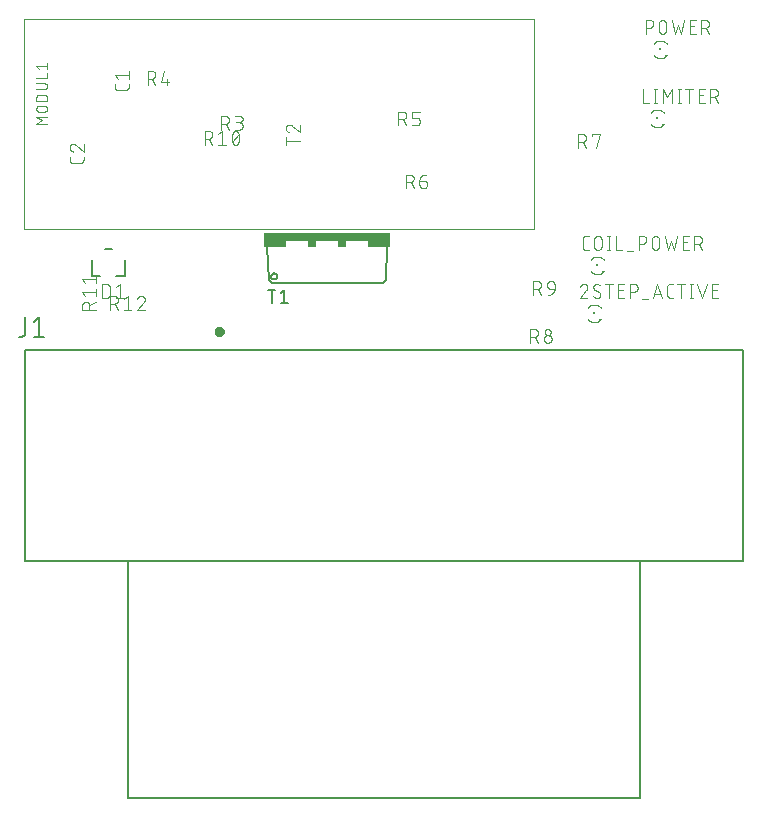
<source format=gbr>
G04 EAGLE Gerber X2 export*
%TF.Part,Single*%
%TF.FileFunction,Legend,Top,1*%
%TF.FilePolarity,Positive*%
%TF.GenerationSoftware,Autodesk,EAGLE,9.1.3*%
%TF.CreationDate,2020-03-05T04:38:37Z*%
G75*
%MOMM*%
%FSLAX34Y34*%
%LPD*%
%AMOC8*
5,1,8,0,0,1.08239X$1,22.5*%
G01*
%ADD10C,0.000000*%
%ADD11C,0.076200*%
%ADD12C,0.101600*%
%ADD13C,0.127000*%
%ADD14R,10.668000X0.762000*%
%ADD15R,1.905000X0.508000*%
%ADD16R,0.762000X0.508000*%
%ADD17R,0.200000X0.200000*%
%ADD18R,0.150000X0.250000*%
%ADD19C,0.203200*%
%ADD20C,0.152400*%
%ADD21C,0.400000*%


D10*
X393700Y88900D02*
X393700Y266700D01*
X-38100Y266700D01*
X-38100Y88900D01*
X393700Y88900D01*
D11*
X-18581Y178181D02*
X-27819Y178181D01*
X-22687Y181260D01*
X-27819Y184340D01*
X-18581Y184340D01*
X-21147Y188594D02*
X-25253Y188594D01*
X-25352Y188596D01*
X-25452Y188602D01*
X-25551Y188611D01*
X-25649Y188625D01*
X-25747Y188642D01*
X-25845Y188663D01*
X-25941Y188688D01*
X-26036Y188717D01*
X-26131Y188749D01*
X-26223Y188785D01*
X-26315Y188824D01*
X-26405Y188867D01*
X-26493Y188913D01*
X-26579Y188963D01*
X-26663Y189016D01*
X-26745Y189072D01*
X-26825Y189132D01*
X-26902Y189194D01*
X-26977Y189260D01*
X-27050Y189328D01*
X-27119Y189399D01*
X-27186Y189473D01*
X-27250Y189549D01*
X-27311Y189628D01*
X-27369Y189709D01*
X-27424Y189792D01*
X-27475Y189877D01*
X-27523Y189964D01*
X-27568Y190053D01*
X-27609Y190144D01*
X-27647Y190236D01*
X-27681Y190329D01*
X-27711Y190424D01*
X-27738Y190520D01*
X-27761Y190617D01*
X-27780Y190714D01*
X-27795Y190813D01*
X-27807Y190912D01*
X-27815Y191011D01*
X-27819Y191110D01*
X-27819Y191210D01*
X-27815Y191309D01*
X-27807Y191408D01*
X-27795Y191507D01*
X-27780Y191606D01*
X-27761Y191703D01*
X-27738Y191800D01*
X-27711Y191896D01*
X-27681Y191991D01*
X-27647Y192084D01*
X-27609Y192176D01*
X-27568Y192267D01*
X-27523Y192356D01*
X-27475Y192443D01*
X-27424Y192528D01*
X-27369Y192611D01*
X-27311Y192692D01*
X-27250Y192771D01*
X-27186Y192847D01*
X-27119Y192921D01*
X-27050Y192992D01*
X-26977Y193060D01*
X-26902Y193126D01*
X-26825Y193188D01*
X-26745Y193248D01*
X-26663Y193304D01*
X-26579Y193357D01*
X-26493Y193407D01*
X-26405Y193453D01*
X-26315Y193496D01*
X-26223Y193535D01*
X-26131Y193571D01*
X-26036Y193603D01*
X-25941Y193632D01*
X-25845Y193657D01*
X-25747Y193678D01*
X-25649Y193695D01*
X-25551Y193709D01*
X-25452Y193718D01*
X-25352Y193724D01*
X-25253Y193726D01*
X-21147Y193726D01*
X-21048Y193724D01*
X-20948Y193718D01*
X-20849Y193709D01*
X-20751Y193695D01*
X-20653Y193678D01*
X-20555Y193657D01*
X-20459Y193632D01*
X-20364Y193603D01*
X-20269Y193571D01*
X-20177Y193535D01*
X-20085Y193496D01*
X-19995Y193453D01*
X-19907Y193407D01*
X-19821Y193357D01*
X-19737Y193304D01*
X-19655Y193248D01*
X-19575Y193188D01*
X-19498Y193126D01*
X-19423Y193060D01*
X-19350Y192992D01*
X-19281Y192921D01*
X-19214Y192847D01*
X-19150Y192771D01*
X-19089Y192692D01*
X-19031Y192611D01*
X-18976Y192528D01*
X-18925Y192443D01*
X-18877Y192356D01*
X-18832Y192267D01*
X-18791Y192176D01*
X-18753Y192084D01*
X-18719Y191991D01*
X-18689Y191896D01*
X-18662Y191800D01*
X-18639Y191703D01*
X-18620Y191606D01*
X-18605Y191507D01*
X-18593Y191408D01*
X-18585Y191309D01*
X-18581Y191210D01*
X-18581Y191110D01*
X-18585Y191011D01*
X-18593Y190912D01*
X-18605Y190813D01*
X-18620Y190714D01*
X-18639Y190617D01*
X-18662Y190520D01*
X-18689Y190424D01*
X-18719Y190329D01*
X-18753Y190236D01*
X-18791Y190144D01*
X-18832Y190053D01*
X-18877Y189964D01*
X-18925Y189877D01*
X-18976Y189792D01*
X-19031Y189709D01*
X-19089Y189628D01*
X-19150Y189549D01*
X-19214Y189473D01*
X-19281Y189399D01*
X-19350Y189328D01*
X-19423Y189260D01*
X-19498Y189194D01*
X-19575Y189132D01*
X-19655Y189072D01*
X-19737Y189016D01*
X-19821Y188963D01*
X-19907Y188913D01*
X-19995Y188867D01*
X-20085Y188824D01*
X-20177Y188785D01*
X-20269Y188749D01*
X-20364Y188717D01*
X-20459Y188688D01*
X-20555Y188663D01*
X-20653Y188642D01*
X-20751Y188625D01*
X-20849Y188611D01*
X-20948Y188602D01*
X-21048Y188596D01*
X-21147Y188594D01*
X-18581Y197894D02*
X-27819Y197894D01*
X-27819Y200460D01*
X-27817Y200558D01*
X-27811Y200656D01*
X-27802Y200754D01*
X-27789Y200852D01*
X-27772Y200949D01*
X-27752Y201045D01*
X-27727Y201140D01*
X-27699Y201234D01*
X-27668Y201327D01*
X-27633Y201419D01*
X-27594Y201510D01*
X-27553Y201599D01*
X-27507Y201686D01*
X-27459Y201771D01*
X-27407Y201855D01*
X-27352Y201936D01*
X-27294Y202016D01*
X-27233Y202093D01*
X-27169Y202167D01*
X-27102Y202239D01*
X-27032Y202309D01*
X-26960Y202376D01*
X-26886Y202440D01*
X-26809Y202501D01*
X-26729Y202559D01*
X-26648Y202614D01*
X-26564Y202666D01*
X-26479Y202714D01*
X-26392Y202760D01*
X-26303Y202801D01*
X-26212Y202840D01*
X-26120Y202875D01*
X-26027Y202906D01*
X-25933Y202934D01*
X-25838Y202959D01*
X-25742Y202979D01*
X-25645Y202996D01*
X-25547Y203009D01*
X-25449Y203018D01*
X-25351Y203024D01*
X-25253Y203026D01*
X-21147Y203026D01*
X-21049Y203024D01*
X-20951Y203018D01*
X-20853Y203009D01*
X-20755Y202996D01*
X-20658Y202979D01*
X-20562Y202959D01*
X-20467Y202934D01*
X-20373Y202906D01*
X-20280Y202875D01*
X-20188Y202840D01*
X-20097Y202801D01*
X-20008Y202760D01*
X-19921Y202714D01*
X-19836Y202666D01*
X-19752Y202614D01*
X-19671Y202559D01*
X-19591Y202501D01*
X-19514Y202440D01*
X-19440Y202376D01*
X-19368Y202309D01*
X-19298Y202239D01*
X-19231Y202167D01*
X-19167Y202093D01*
X-19106Y202016D01*
X-19048Y201936D01*
X-18993Y201855D01*
X-18941Y201771D01*
X-18893Y201686D01*
X-18847Y201599D01*
X-18806Y201510D01*
X-18767Y201419D01*
X-18732Y201327D01*
X-18701Y201234D01*
X-18673Y201140D01*
X-18648Y201045D01*
X-18628Y200949D01*
X-18611Y200852D01*
X-18598Y200754D01*
X-18589Y200656D01*
X-18583Y200558D01*
X-18581Y200460D01*
X-18581Y197894D01*
X-21147Y207494D02*
X-27819Y207494D01*
X-21147Y207494D02*
X-21048Y207496D01*
X-20948Y207502D01*
X-20849Y207511D01*
X-20751Y207525D01*
X-20653Y207542D01*
X-20555Y207563D01*
X-20459Y207588D01*
X-20364Y207617D01*
X-20269Y207649D01*
X-20177Y207685D01*
X-20085Y207724D01*
X-19995Y207767D01*
X-19907Y207813D01*
X-19821Y207863D01*
X-19737Y207916D01*
X-19655Y207972D01*
X-19575Y208032D01*
X-19498Y208094D01*
X-19423Y208160D01*
X-19350Y208228D01*
X-19281Y208299D01*
X-19214Y208373D01*
X-19150Y208449D01*
X-19089Y208528D01*
X-19031Y208609D01*
X-18976Y208692D01*
X-18925Y208777D01*
X-18877Y208864D01*
X-18832Y208953D01*
X-18791Y209044D01*
X-18753Y209136D01*
X-18719Y209229D01*
X-18689Y209324D01*
X-18662Y209420D01*
X-18639Y209517D01*
X-18620Y209614D01*
X-18605Y209713D01*
X-18593Y209812D01*
X-18585Y209911D01*
X-18581Y210010D01*
X-18581Y210110D01*
X-18585Y210209D01*
X-18593Y210308D01*
X-18605Y210407D01*
X-18620Y210506D01*
X-18639Y210603D01*
X-18662Y210700D01*
X-18689Y210796D01*
X-18719Y210891D01*
X-18753Y210984D01*
X-18791Y211076D01*
X-18832Y211167D01*
X-18877Y211256D01*
X-18925Y211343D01*
X-18976Y211428D01*
X-19031Y211511D01*
X-19089Y211592D01*
X-19150Y211671D01*
X-19214Y211747D01*
X-19281Y211821D01*
X-19350Y211892D01*
X-19423Y211960D01*
X-19498Y212026D01*
X-19575Y212088D01*
X-19655Y212148D01*
X-19737Y212204D01*
X-19821Y212257D01*
X-19907Y212307D01*
X-19995Y212353D01*
X-20085Y212396D01*
X-20177Y212435D01*
X-20269Y212471D01*
X-20364Y212503D01*
X-20459Y212532D01*
X-20555Y212557D01*
X-20653Y212578D01*
X-20751Y212595D01*
X-20849Y212609D01*
X-20948Y212618D01*
X-21048Y212624D01*
X-21147Y212626D01*
X-27819Y212626D01*
X-27819Y217111D02*
X-18581Y217111D01*
X-18581Y221217D01*
X-25766Y224594D02*
X-27819Y227160D01*
X-18581Y227160D01*
X-18581Y224594D02*
X-18581Y229726D01*
D12*
X128965Y184912D02*
X128965Y173228D01*
X128965Y184912D02*
X132210Y184912D01*
X132323Y184910D01*
X132436Y184904D01*
X132549Y184894D01*
X132662Y184880D01*
X132774Y184863D01*
X132885Y184841D01*
X132995Y184816D01*
X133105Y184786D01*
X133213Y184753D01*
X133320Y184716D01*
X133426Y184676D01*
X133530Y184631D01*
X133633Y184583D01*
X133734Y184532D01*
X133833Y184477D01*
X133930Y184419D01*
X134025Y184357D01*
X134118Y184292D01*
X134208Y184224D01*
X134296Y184153D01*
X134382Y184078D01*
X134465Y184001D01*
X134545Y183921D01*
X134622Y183838D01*
X134697Y183752D01*
X134768Y183664D01*
X134836Y183574D01*
X134901Y183481D01*
X134963Y183386D01*
X135021Y183289D01*
X135076Y183190D01*
X135127Y183089D01*
X135175Y182986D01*
X135220Y182882D01*
X135260Y182776D01*
X135297Y182669D01*
X135330Y182561D01*
X135360Y182451D01*
X135385Y182341D01*
X135407Y182230D01*
X135424Y182118D01*
X135438Y182005D01*
X135448Y181892D01*
X135454Y181779D01*
X135456Y181666D01*
X135454Y181553D01*
X135448Y181440D01*
X135438Y181327D01*
X135424Y181214D01*
X135407Y181102D01*
X135385Y180991D01*
X135360Y180881D01*
X135330Y180771D01*
X135297Y180663D01*
X135260Y180556D01*
X135220Y180450D01*
X135175Y180346D01*
X135127Y180243D01*
X135076Y180142D01*
X135021Y180043D01*
X134963Y179946D01*
X134901Y179851D01*
X134836Y179758D01*
X134768Y179668D01*
X134697Y179580D01*
X134622Y179494D01*
X134545Y179411D01*
X134465Y179331D01*
X134382Y179254D01*
X134296Y179179D01*
X134208Y179108D01*
X134118Y179040D01*
X134025Y178975D01*
X133930Y178913D01*
X133833Y178855D01*
X133734Y178800D01*
X133633Y178749D01*
X133530Y178701D01*
X133426Y178656D01*
X133320Y178616D01*
X133213Y178579D01*
X133105Y178546D01*
X132995Y178516D01*
X132885Y178491D01*
X132774Y178469D01*
X132662Y178452D01*
X132549Y178438D01*
X132436Y178428D01*
X132323Y178422D01*
X132210Y178420D01*
X132210Y178421D02*
X128965Y178421D01*
X132859Y178421D02*
X135456Y173228D01*
X140321Y173228D02*
X143566Y173228D01*
X143679Y173230D01*
X143792Y173236D01*
X143905Y173246D01*
X144018Y173260D01*
X144130Y173277D01*
X144241Y173299D01*
X144351Y173324D01*
X144461Y173354D01*
X144569Y173387D01*
X144676Y173424D01*
X144782Y173464D01*
X144886Y173509D01*
X144989Y173557D01*
X145090Y173608D01*
X145189Y173663D01*
X145286Y173721D01*
X145381Y173783D01*
X145474Y173848D01*
X145564Y173916D01*
X145652Y173987D01*
X145738Y174062D01*
X145821Y174139D01*
X145901Y174219D01*
X145978Y174302D01*
X146053Y174388D01*
X146124Y174476D01*
X146192Y174566D01*
X146257Y174659D01*
X146319Y174754D01*
X146377Y174851D01*
X146432Y174950D01*
X146483Y175051D01*
X146531Y175154D01*
X146576Y175258D01*
X146616Y175364D01*
X146653Y175471D01*
X146686Y175579D01*
X146716Y175689D01*
X146741Y175799D01*
X146763Y175910D01*
X146780Y176022D01*
X146794Y176135D01*
X146804Y176248D01*
X146810Y176361D01*
X146812Y176474D01*
X146810Y176587D01*
X146804Y176700D01*
X146794Y176813D01*
X146780Y176926D01*
X146763Y177038D01*
X146741Y177149D01*
X146716Y177259D01*
X146686Y177369D01*
X146653Y177477D01*
X146616Y177584D01*
X146576Y177690D01*
X146531Y177794D01*
X146483Y177897D01*
X146432Y177998D01*
X146377Y178097D01*
X146319Y178194D01*
X146257Y178289D01*
X146192Y178382D01*
X146124Y178472D01*
X146053Y178560D01*
X145978Y178646D01*
X145901Y178729D01*
X145821Y178809D01*
X145738Y178886D01*
X145652Y178961D01*
X145564Y179032D01*
X145474Y179100D01*
X145381Y179165D01*
X145286Y179227D01*
X145189Y179285D01*
X145090Y179340D01*
X144989Y179391D01*
X144886Y179439D01*
X144782Y179484D01*
X144676Y179524D01*
X144569Y179561D01*
X144461Y179594D01*
X144351Y179624D01*
X144241Y179649D01*
X144130Y179671D01*
X144018Y179688D01*
X143905Y179702D01*
X143792Y179712D01*
X143679Y179718D01*
X143566Y179720D01*
X144216Y184912D02*
X140321Y184912D01*
X144216Y184912D02*
X144317Y184910D01*
X144417Y184904D01*
X144517Y184894D01*
X144617Y184881D01*
X144716Y184863D01*
X144815Y184842D01*
X144912Y184817D01*
X145009Y184788D01*
X145104Y184755D01*
X145198Y184719D01*
X145290Y184679D01*
X145381Y184636D01*
X145470Y184589D01*
X145557Y184539D01*
X145643Y184485D01*
X145726Y184428D01*
X145806Y184368D01*
X145885Y184305D01*
X145961Y184238D01*
X146034Y184169D01*
X146104Y184097D01*
X146172Y184023D01*
X146237Y183946D01*
X146298Y183866D01*
X146357Y183784D01*
X146412Y183700D01*
X146464Y183614D01*
X146513Y183526D01*
X146558Y183436D01*
X146600Y183344D01*
X146638Y183251D01*
X146672Y183156D01*
X146703Y183061D01*
X146730Y182964D01*
X146753Y182866D01*
X146773Y182767D01*
X146788Y182667D01*
X146800Y182567D01*
X146808Y182467D01*
X146812Y182366D01*
X146812Y182266D01*
X146808Y182165D01*
X146800Y182065D01*
X146788Y181965D01*
X146773Y181865D01*
X146753Y181766D01*
X146730Y181668D01*
X146703Y181571D01*
X146672Y181476D01*
X146638Y181381D01*
X146600Y181288D01*
X146558Y181196D01*
X146513Y181106D01*
X146464Y181018D01*
X146412Y180932D01*
X146357Y180848D01*
X146298Y180766D01*
X146237Y180686D01*
X146172Y180609D01*
X146104Y180535D01*
X146034Y180463D01*
X145961Y180394D01*
X145885Y180327D01*
X145806Y180264D01*
X145726Y180204D01*
X145643Y180147D01*
X145557Y180093D01*
X145470Y180043D01*
X145381Y179996D01*
X145290Y179953D01*
X145198Y179913D01*
X145104Y179877D01*
X145009Y179844D01*
X144912Y179815D01*
X144815Y179790D01*
X144716Y179769D01*
X144617Y179751D01*
X144517Y179738D01*
X144417Y179728D01*
X144317Y179722D01*
X144216Y179720D01*
X144216Y179719D02*
X141619Y179719D01*
X66548Y211328D02*
X66548Y223012D01*
X69794Y223012D01*
X69907Y223010D01*
X70020Y223004D01*
X70133Y222994D01*
X70246Y222980D01*
X70358Y222963D01*
X70469Y222941D01*
X70579Y222916D01*
X70689Y222886D01*
X70797Y222853D01*
X70904Y222816D01*
X71010Y222776D01*
X71114Y222731D01*
X71217Y222683D01*
X71318Y222632D01*
X71417Y222577D01*
X71514Y222519D01*
X71609Y222457D01*
X71702Y222392D01*
X71792Y222324D01*
X71880Y222253D01*
X71966Y222178D01*
X72049Y222101D01*
X72129Y222021D01*
X72206Y221938D01*
X72281Y221852D01*
X72352Y221764D01*
X72420Y221674D01*
X72485Y221581D01*
X72547Y221486D01*
X72605Y221389D01*
X72660Y221290D01*
X72711Y221189D01*
X72759Y221086D01*
X72804Y220982D01*
X72844Y220876D01*
X72881Y220769D01*
X72914Y220661D01*
X72944Y220551D01*
X72969Y220441D01*
X72991Y220330D01*
X73008Y220218D01*
X73022Y220105D01*
X73032Y219992D01*
X73038Y219879D01*
X73040Y219766D01*
X73038Y219653D01*
X73032Y219540D01*
X73022Y219427D01*
X73008Y219314D01*
X72991Y219202D01*
X72969Y219091D01*
X72944Y218981D01*
X72914Y218871D01*
X72881Y218763D01*
X72844Y218656D01*
X72804Y218550D01*
X72759Y218446D01*
X72711Y218343D01*
X72660Y218242D01*
X72605Y218143D01*
X72547Y218046D01*
X72485Y217951D01*
X72420Y217858D01*
X72352Y217768D01*
X72281Y217680D01*
X72206Y217594D01*
X72129Y217511D01*
X72049Y217431D01*
X71966Y217354D01*
X71880Y217279D01*
X71792Y217208D01*
X71702Y217140D01*
X71609Y217075D01*
X71514Y217013D01*
X71417Y216955D01*
X71318Y216900D01*
X71217Y216849D01*
X71114Y216801D01*
X71010Y216756D01*
X70904Y216716D01*
X70797Y216679D01*
X70689Y216646D01*
X70579Y216616D01*
X70469Y216591D01*
X70358Y216569D01*
X70246Y216552D01*
X70133Y216538D01*
X70020Y216528D01*
X69907Y216522D01*
X69794Y216520D01*
X69794Y216521D02*
X66548Y216521D01*
X70443Y216521D02*
X73039Y211328D01*
X77904Y213924D02*
X80501Y223012D01*
X77904Y213924D02*
X84395Y213924D01*
X82448Y216521D02*
X82448Y211328D01*
X278825Y188722D02*
X278825Y177038D01*
X278825Y188722D02*
X282070Y188722D01*
X282183Y188720D01*
X282296Y188714D01*
X282409Y188704D01*
X282522Y188690D01*
X282634Y188673D01*
X282745Y188651D01*
X282855Y188626D01*
X282965Y188596D01*
X283073Y188563D01*
X283180Y188526D01*
X283286Y188486D01*
X283390Y188441D01*
X283493Y188393D01*
X283594Y188342D01*
X283693Y188287D01*
X283790Y188229D01*
X283885Y188167D01*
X283978Y188102D01*
X284068Y188034D01*
X284156Y187963D01*
X284242Y187888D01*
X284325Y187811D01*
X284405Y187731D01*
X284482Y187648D01*
X284557Y187562D01*
X284628Y187474D01*
X284696Y187384D01*
X284761Y187291D01*
X284823Y187196D01*
X284881Y187099D01*
X284936Y187000D01*
X284987Y186899D01*
X285035Y186796D01*
X285080Y186692D01*
X285120Y186586D01*
X285157Y186479D01*
X285190Y186371D01*
X285220Y186261D01*
X285245Y186151D01*
X285267Y186040D01*
X285284Y185928D01*
X285298Y185815D01*
X285308Y185702D01*
X285314Y185589D01*
X285316Y185476D01*
X285314Y185363D01*
X285308Y185250D01*
X285298Y185137D01*
X285284Y185024D01*
X285267Y184912D01*
X285245Y184801D01*
X285220Y184691D01*
X285190Y184581D01*
X285157Y184473D01*
X285120Y184366D01*
X285080Y184260D01*
X285035Y184156D01*
X284987Y184053D01*
X284936Y183952D01*
X284881Y183853D01*
X284823Y183756D01*
X284761Y183661D01*
X284696Y183568D01*
X284628Y183478D01*
X284557Y183390D01*
X284482Y183304D01*
X284405Y183221D01*
X284325Y183141D01*
X284242Y183064D01*
X284156Y182989D01*
X284068Y182918D01*
X283978Y182850D01*
X283885Y182785D01*
X283790Y182723D01*
X283693Y182665D01*
X283594Y182610D01*
X283493Y182559D01*
X283390Y182511D01*
X283286Y182466D01*
X283180Y182426D01*
X283073Y182389D01*
X282965Y182356D01*
X282855Y182326D01*
X282745Y182301D01*
X282634Y182279D01*
X282522Y182262D01*
X282409Y182248D01*
X282296Y182238D01*
X282183Y182232D01*
X282070Y182230D01*
X282070Y182231D02*
X278825Y182231D01*
X282719Y182231D02*
X285316Y177038D01*
X290181Y177038D02*
X294076Y177038D01*
X294175Y177040D01*
X294275Y177046D01*
X294374Y177055D01*
X294472Y177068D01*
X294570Y177085D01*
X294668Y177106D01*
X294764Y177131D01*
X294859Y177159D01*
X294953Y177191D01*
X295046Y177226D01*
X295138Y177265D01*
X295228Y177308D01*
X295316Y177353D01*
X295403Y177403D01*
X295487Y177455D01*
X295570Y177511D01*
X295650Y177569D01*
X295728Y177631D01*
X295803Y177696D01*
X295876Y177764D01*
X295946Y177834D01*
X296014Y177907D01*
X296079Y177982D01*
X296141Y178060D01*
X296199Y178140D01*
X296255Y178223D01*
X296307Y178307D01*
X296357Y178394D01*
X296402Y178482D01*
X296445Y178572D01*
X296484Y178664D01*
X296519Y178757D01*
X296551Y178851D01*
X296579Y178946D01*
X296604Y179042D01*
X296625Y179140D01*
X296642Y179238D01*
X296655Y179336D01*
X296664Y179435D01*
X296670Y179535D01*
X296672Y179634D01*
X296672Y180933D01*
X296670Y181032D01*
X296664Y181132D01*
X296655Y181231D01*
X296642Y181329D01*
X296625Y181427D01*
X296604Y181525D01*
X296579Y181621D01*
X296551Y181716D01*
X296519Y181810D01*
X296484Y181903D01*
X296445Y181995D01*
X296402Y182085D01*
X296357Y182173D01*
X296307Y182260D01*
X296255Y182344D01*
X296199Y182427D01*
X296141Y182507D01*
X296079Y182585D01*
X296014Y182660D01*
X295946Y182733D01*
X295876Y182803D01*
X295803Y182871D01*
X295728Y182936D01*
X295650Y182998D01*
X295570Y183056D01*
X295487Y183112D01*
X295403Y183164D01*
X295316Y183214D01*
X295228Y183259D01*
X295138Y183302D01*
X295046Y183341D01*
X294953Y183376D01*
X294859Y183408D01*
X294764Y183436D01*
X294668Y183461D01*
X294570Y183482D01*
X294472Y183499D01*
X294374Y183512D01*
X294275Y183521D01*
X294175Y183527D01*
X294076Y183529D01*
X290181Y183529D01*
X290181Y188722D01*
X296672Y188722D01*
X285175Y135382D02*
X285175Y123698D01*
X285175Y135382D02*
X288420Y135382D01*
X288533Y135380D01*
X288646Y135374D01*
X288759Y135364D01*
X288872Y135350D01*
X288984Y135333D01*
X289095Y135311D01*
X289205Y135286D01*
X289315Y135256D01*
X289423Y135223D01*
X289530Y135186D01*
X289636Y135146D01*
X289740Y135101D01*
X289843Y135053D01*
X289944Y135002D01*
X290043Y134947D01*
X290140Y134889D01*
X290235Y134827D01*
X290328Y134762D01*
X290418Y134694D01*
X290506Y134623D01*
X290592Y134548D01*
X290675Y134471D01*
X290755Y134391D01*
X290832Y134308D01*
X290907Y134222D01*
X290978Y134134D01*
X291046Y134044D01*
X291111Y133951D01*
X291173Y133856D01*
X291231Y133759D01*
X291286Y133660D01*
X291337Y133559D01*
X291385Y133456D01*
X291430Y133352D01*
X291470Y133246D01*
X291507Y133139D01*
X291540Y133031D01*
X291570Y132921D01*
X291595Y132811D01*
X291617Y132700D01*
X291634Y132588D01*
X291648Y132475D01*
X291658Y132362D01*
X291664Y132249D01*
X291666Y132136D01*
X291664Y132023D01*
X291658Y131910D01*
X291648Y131797D01*
X291634Y131684D01*
X291617Y131572D01*
X291595Y131461D01*
X291570Y131351D01*
X291540Y131241D01*
X291507Y131133D01*
X291470Y131026D01*
X291430Y130920D01*
X291385Y130816D01*
X291337Y130713D01*
X291286Y130612D01*
X291231Y130513D01*
X291173Y130416D01*
X291111Y130321D01*
X291046Y130228D01*
X290978Y130138D01*
X290907Y130050D01*
X290832Y129964D01*
X290755Y129881D01*
X290675Y129801D01*
X290592Y129724D01*
X290506Y129649D01*
X290418Y129578D01*
X290328Y129510D01*
X290235Y129445D01*
X290140Y129383D01*
X290043Y129325D01*
X289944Y129270D01*
X289843Y129219D01*
X289740Y129171D01*
X289636Y129126D01*
X289530Y129086D01*
X289423Y129049D01*
X289315Y129016D01*
X289205Y128986D01*
X289095Y128961D01*
X288984Y128939D01*
X288872Y128922D01*
X288759Y128908D01*
X288646Y128898D01*
X288533Y128892D01*
X288420Y128890D01*
X288420Y128891D02*
X285175Y128891D01*
X289069Y128891D02*
X291666Y123698D01*
X296531Y130189D02*
X300426Y130189D01*
X300525Y130187D01*
X300625Y130181D01*
X300724Y130172D01*
X300822Y130159D01*
X300920Y130142D01*
X301018Y130121D01*
X301114Y130096D01*
X301209Y130068D01*
X301303Y130036D01*
X301396Y130001D01*
X301488Y129962D01*
X301578Y129919D01*
X301666Y129874D01*
X301753Y129824D01*
X301837Y129772D01*
X301920Y129716D01*
X302000Y129658D01*
X302078Y129596D01*
X302153Y129531D01*
X302226Y129463D01*
X302296Y129393D01*
X302364Y129320D01*
X302429Y129245D01*
X302491Y129167D01*
X302549Y129087D01*
X302605Y129004D01*
X302657Y128920D01*
X302707Y128833D01*
X302752Y128745D01*
X302795Y128655D01*
X302834Y128563D01*
X302869Y128470D01*
X302901Y128376D01*
X302929Y128281D01*
X302954Y128185D01*
X302975Y128087D01*
X302992Y127989D01*
X303005Y127891D01*
X303014Y127792D01*
X303020Y127692D01*
X303022Y127593D01*
X303022Y126944D01*
X303020Y126831D01*
X303014Y126718D01*
X303004Y126605D01*
X302990Y126492D01*
X302973Y126380D01*
X302951Y126269D01*
X302926Y126159D01*
X302896Y126049D01*
X302863Y125941D01*
X302826Y125834D01*
X302786Y125728D01*
X302741Y125624D01*
X302693Y125521D01*
X302642Y125420D01*
X302587Y125321D01*
X302529Y125224D01*
X302467Y125129D01*
X302402Y125036D01*
X302334Y124946D01*
X302263Y124858D01*
X302188Y124772D01*
X302111Y124689D01*
X302031Y124609D01*
X301948Y124532D01*
X301862Y124457D01*
X301774Y124386D01*
X301684Y124318D01*
X301591Y124253D01*
X301496Y124191D01*
X301399Y124133D01*
X301300Y124078D01*
X301199Y124027D01*
X301096Y123979D01*
X300992Y123934D01*
X300886Y123894D01*
X300779Y123857D01*
X300671Y123824D01*
X300561Y123794D01*
X300451Y123769D01*
X300340Y123747D01*
X300228Y123730D01*
X300115Y123716D01*
X300002Y123706D01*
X299889Y123700D01*
X299776Y123698D01*
X299663Y123700D01*
X299550Y123706D01*
X299437Y123716D01*
X299324Y123730D01*
X299212Y123747D01*
X299101Y123769D01*
X298991Y123794D01*
X298881Y123824D01*
X298773Y123857D01*
X298666Y123894D01*
X298560Y123934D01*
X298456Y123979D01*
X298353Y124027D01*
X298252Y124078D01*
X298153Y124133D01*
X298056Y124191D01*
X297961Y124253D01*
X297868Y124318D01*
X297778Y124386D01*
X297690Y124457D01*
X297604Y124532D01*
X297521Y124609D01*
X297441Y124689D01*
X297364Y124772D01*
X297289Y124858D01*
X297218Y124946D01*
X297150Y125036D01*
X297085Y125129D01*
X297023Y125224D01*
X296965Y125321D01*
X296910Y125420D01*
X296859Y125521D01*
X296811Y125624D01*
X296766Y125728D01*
X296726Y125834D01*
X296689Y125941D01*
X296656Y126049D01*
X296626Y126159D01*
X296601Y126269D01*
X296579Y126380D01*
X296562Y126492D01*
X296548Y126605D01*
X296538Y126718D01*
X296532Y126831D01*
X296530Y126944D01*
X296531Y126944D02*
X296531Y130189D01*
X296533Y130332D01*
X296539Y130475D01*
X296549Y130618D01*
X296563Y130760D01*
X296580Y130902D01*
X296602Y131044D01*
X296627Y131185D01*
X296657Y131325D01*
X296690Y131464D01*
X296727Y131602D01*
X296768Y131739D01*
X296812Y131875D01*
X296861Y132010D01*
X296913Y132143D01*
X296968Y132275D01*
X297028Y132405D01*
X297091Y132534D01*
X297157Y132661D01*
X297227Y132785D01*
X297300Y132908D01*
X297377Y133029D01*
X297457Y133148D01*
X297540Y133264D01*
X297626Y133379D01*
X297715Y133490D01*
X297808Y133600D01*
X297903Y133706D01*
X298002Y133810D01*
X298103Y133911D01*
X298207Y134010D01*
X298313Y134105D01*
X298423Y134198D01*
X298534Y134287D01*
X298649Y134373D01*
X298765Y134456D01*
X298884Y134536D01*
X299005Y134613D01*
X299127Y134686D01*
X299252Y134756D01*
X299379Y134822D01*
X299508Y134885D01*
X299638Y134945D01*
X299770Y135000D01*
X299903Y135052D01*
X300038Y135101D01*
X300174Y135145D01*
X300311Y135186D01*
X300449Y135223D01*
X300588Y135256D01*
X300728Y135286D01*
X300869Y135311D01*
X301011Y135333D01*
X301153Y135350D01*
X301295Y135364D01*
X301438Y135374D01*
X301581Y135380D01*
X301724Y135382D01*
D13*
X269240Y74930D02*
X267970Y45720D01*
X265430Y43180D01*
X171450Y43180D01*
X168910Y45720D01*
X167640Y74930D01*
X170942Y49276D02*
X170944Y49376D01*
X170950Y49477D01*
X170960Y49576D01*
X170974Y49676D01*
X170991Y49775D01*
X171013Y49873D01*
X171039Y49970D01*
X171068Y50066D01*
X171101Y50160D01*
X171138Y50254D01*
X171178Y50346D01*
X171222Y50436D01*
X171270Y50524D01*
X171321Y50611D01*
X171375Y50695D01*
X171433Y50777D01*
X171494Y50857D01*
X171558Y50934D01*
X171625Y51009D01*
X171695Y51081D01*
X171768Y51150D01*
X171843Y51216D01*
X171921Y51280D01*
X172001Y51340D01*
X172084Y51397D01*
X172169Y51450D01*
X172256Y51500D01*
X172345Y51547D01*
X172435Y51590D01*
X172527Y51630D01*
X172621Y51666D01*
X172716Y51698D01*
X172812Y51726D01*
X172910Y51751D01*
X173008Y51771D01*
X173107Y51788D01*
X173207Y51801D01*
X173306Y51810D01*
X173407Y51815D01*
X173507Y51816D01*
X173607Y51813D01*
X173708Y51806D01*
X173807Y51795D01*
X173907Y51780D01*
X174005Y51762D01*
X174103Y51739D01*
X174200Y51712D01*
X174295Y51682D01*
X174390Y51648D01*
X174483Y51610D01*
X174574Y51569D01*
X174664Y51524D01*
X174752Y51476D01*
X174838Y51424D01*
X174922Y51369D01*
X175003Y51310D01*
X175082Y51248D01*
X175159Y51184D01*
X175233Y51116D01*
X175304Y51045D01*
X175373Y50972D01*
X175438Y50896D01*
X175501Y50817D01*
X175560Y50736D01*
X175616Y50653D01*
X175669Y50568D01*
X175718Y50480D01*
X175764Y50391D01*
X175806Y50300D01*
X175845Y50207D01*
X175880Y50113D01*
X175911Y50018D01*
X175939Y49921D01*
X175962Y49824D01*
X175982Y49725D01*
X175998Y49626D01*
X176010Y49527D01*
X176018Y49426D01*
X176022Y49326D01*
X176022Y49226D01*
X176018Y49126D01*
X176010Y49025D01*
X175998Y48926D01*
X175982Y48827D01*
X175962Y48728D01*
X175939Y48631D01*
X175911Y48534D01*
X175880Y48439D01*
X175845Y48345D01*
X175806Y48252D01*
X175764Y48161D01*
X175718Y48072D01*
X175669Y47984D01*
X175616Y47899D01*
X175560Y47816D01*
X175501Y47735D01*
X175438Y47656D01*
X175373Y47580D01*
X175304Y47507D01*
X175233Y47436D01*
X175159Y47368D01*
X175082Y47304D01*
X175003Y47242D01*
X174922Y47183D01*
X174838Y47128D01*
X174752Y47076D01*
X174664Y47028D01*
X174574Y46983D01*
X174483Y46942D01*
X174390Y46904D01*
X174295Y46870D01*
X174200Y46840D01*
X174103Y46813D01*
X174005Y46790D01*
X173907Y46772D01*
X173807Y46757D01*
X173708Y46746D01*
X173607Y46739D01*
X173507Y46736D01*
X173407Y46737D01*
X173306Y46742D01*
X173207Y46751D01*
X173107Y46764D01*
X173008Y46781D01*
X172910Y46801D01*
X172812Y46826D01*
X172716Y46854D01*
X172621Y46886D01*
X172527Y46922D01*
X172435Y46962D01*
X172345Y47005D01*
X172256Y47052D01*
X172169Y47102D01*
X172084Y47155D01*
X172001Y47212D01*
X171921Y47272D01*
X171843Y47336D01*
X171768Y47402D01*
X171695Y47471D01*
X171625Y47543D01*
X171558Y47618D01*
X171494Y47695D01*
X171433Y47775D01*
X171375Y47857D01*
X171321Y47941D01*
X171270Y48028D01*
X171222Y48116D01*
X171178Y48206D01*
X171138Y48298D01*
X171101Y48392D01*
X171068Y48486D01*
X171039Y48582D01*
X171013Y48679D01*
X170991Y48777D01*
X170974Y48876D01*
X170960Y48976D01*
X170950Y49075D01*
X170944Y49176D01*
X170942Y49276D01*
X171450Y37973D02*
X171450Y26543D01*
X168275Y37973D02*
X174625Y37973D01*
X178943Y35433D02*
X182118Y37973D01*
X182118Y26543D01*
X178943Y26543D02*
X185293Y26543D01*
D14*
X218440Y82550D03*
D15*
X174625Y76200D03*
D16*
X205740Y76200D03*
X231140Y76200D03*
D15*
X262255Y76200D03*
D12*
X195072Y163774D02*
X183388Y163774D01*
X183388Y167019D02*
X183388Y160528D01*
X183388Y174766D02*
X183390Y174873D01*
X183396Y174979D01*
X183406Y175085D01*
X183419Y175191D01*
X183437Y175297D01*
X183458Y175401D01*
X183483Y175505D01*
X183512Y175608D01*
X183544Y175709D01*
X183581Y175809D01*
X183621Y175908D01*
X183664Y176006D01*
X183711Y176102D01*
X183762Y176196D01*
X183816Y176288D01*
X183873Y176378D01*
X183933Y176466D01*
X183997Y176551D01*
X184064Y176634D01*
X184134Y176715D01*
X184206Y176793D01*
X184282Y176869D01*
X184360Y176941D01*
X184441Y177011D01*
X184524Y177078D01*
X184609Y177142D01*
X184697Y177202D01*
X184787Y177259D01*
X184879Y177313D01*
X184973Y177364D01*
X185069Y177411D01*
X185167Y177454D01*
X185266Y177494D01*
X185366Y177531D01*
X185467Y177563D01*
X185570Y177592D01*
X185674Y177617D01*
X185778Y177638D01*
X185884Y177656D01*
X185990Y177669D01*
X186096Y177679D01*
X186202Y177685D01*
X186309Y177687D01*
X183388Y174766D02*
X183390Y174645D01*
X183396Y174524D01*
X183406Y174404D01*
X183419Y174283D01*
X183437Y174164D01*
X183458Y174044D01*
X183483Y173926D01*
X183512Y173809D01*
X183545Y173692D01*
X183581Y173577D01*
X183622Y173463D01*
X183665Y173350D01*
X183713Y173238D01*
X183764Y173129D01*
X183819Y173021D01*
X183877Y172914D01*
X183938Y172810D01*
X184003Y172708D01*
X184071Y172608D01*
X184142Y172510D01*
X184216Y172414D01*
X184293Y172321D01*
X184374Y172231D01*
X184457Y172143D01*
X184543Y172058D01*
X184632Y171975D01*
X184723Y171896D01*
X184817Y171819D01*
X184913Y171746D01*
X185011Y171676D01*
X185112Y171609D01*
X185215Y171545D01*
X185320Y171485D01*
X185427Y171427D01*
X185535Y171374D01*
X185645Y171324D01*
X185757Y171278D01*
X185870Y171235D01*
X185985Y171196D01*
X188581Y176713D02*
X188503Y176792D01*
X188423Y176868D01*
X188340Y176941D01*
X188254Y177011D01*
X188167Y177078D01*
X188076Y177142D01*
X187984Y177202D01*
X187890Y177260D01*
X187793Y177314D01*
X187695Y177364D01*
X187595Y177411D01*
X187494Y177455D01*
X187391Y177495D01*
X187286Y177531D01*
X187181Y177563D01*
X187074Y177592D01*
X186967Y177617D01*
X186858Y177639D01*
X186749Y177656D01*
X186640Y177670D01*
X186530Y177679D01*
X186419Y177685D01*
X186309Y177687D01*
X188581Y176713D02*
X195072Y171196D01*
X195072Y177687D01*
X50292Y209559D02*
X50292Y212156D01*
X50292Y209559D02*
X50290Y209460D01*
X50284Y209360D01*
X50275Y209261D01*
X50262Y209163D01*
X50245Y209065D01*
X50224Y208967D01*
X50199Y208871D01*
X50171Y208776D01*
X50139Y208682D01*
X50104Y208589D01*
X50065Y208497D01*
X50022Y208407D01*
X49977Y208319D01*
X49927Y208232D01*
X49875Y208148D01*
X49819Y208065D01*
X49761Y207985D01*
X49699Y207907D01*
X49634Y207832D01*
X49566Y207759D01*
X49496Y207689D01*
X49423Y207621D01*
X49348Y207556D01*
X49270Y207494D01*
X49190Y207436D01*
X49107Y207380D01*
X49023Y207328D01*
X48936Y207278D01*
X48848Y207233D01*
X48758Y207190D01*
X48666Y207151D01*
X48573Y207116D01*
X48479Y207084D01*
X48384Y207056D01*
X48288Y207031D01*
X48190Y207010D01*
X48092Y206993D01*
X47994Y206980D01*
X47895Y206971D01*
X47795Y206965D01*
X47696Y206963D01*
X41204Y206963D01*
X41204Y206962D02*
X41105Y206964D01*
X41005Y206970D01*
X40906Y206979D01*
X40808Y206992D01*
X40710Y207010D01*
X40612Y207030D01*
X40516Y207055D01*
X40420Y207083D01*
X40326Y207115D01*
X40233Y207150D01*
X40142Y207189D01*
X40052Y207232D01*
X39963Y207277D01*
X39877Y207327D01*
X39792Y207379D01*
X39710Y207435D01*
X39630Y207494D01*
X39552Y207555D01*
X39476Y207620D01*
X39403Y207688D01*
X39333Y207758D01*
X39265Y207831D01*
X39200Y207907D01*
X39139Y207985D01*
X39080Y208065D01*
X39024Y208147D01*
X38972Y208232D01*
X38923Y208318D01*
X38877Y208407D01*
X38834Y208497D01*
X38795Y208588D01*
X38760Y208681D01*
X38728Y208775D01*
X38700Y208871D01*
X38675Y208967D01*
X38655Y209065D01*
X38637Y209163D01*
X38624Y209261D01*
X38615Y209360D01*
X38609Y209459D01*
X38607Y209559D01*
X38608Y209559D02*
X38608Y212156D01*
X41204Y216521D02*
X38608Y219766D01*
X50292Y219766D01*
X50292Y216521D02*
X50292Y223012D01*
X12192Y150481D02*
X12192Y147884D01*
X12190Y147785D01*
X12184Y147685D01*
X12175Y147586D01*
X12162Y147488D01*
X12145Y147390D01*
X12124Y147292D01*
X12099Y147196D01*
X12071Y147101D01*
X12039Y147007D01*
X12004Y146914D01*
X11965Y146822D01*
X11922Y146732D01*
X11877Y146644D01*
X11827Y146557D01*
X11775Y146473D01*
X11719Y146390D01*
X11661Y146310D01*
X11599Y146232D01*
X11534Y146157D01*
X11466Y146084D01*
X11396Y146014D01*
X11323Y145946D01*
X11248Y145881D01*
X11170Y145819D01*
X11090Y145761D01*
X11007Y145705D01*
X10923Y145653D01*
X10836Y145603D01*
X10748Y145558D01*
X10658Y145515D01*
X10566Y145476D01*
X10473Y145441D01*
X10379Y145409D01*
X10284Y145381D01*
X10188Y145356D01*
X10090Y145335D01*
X9992Y145318D01*
X9894Y145305D01*
X9795Y145296D01*
X9695Y145290D01*
X9596Y145288D01*
X3104Y145288D01*
X3005Y145290D01*
X2905Y145296D01*
X2806Y145305D01*
X2708Y145318D01*
X2610Y145336D01*
X2512Y145356D01*
X2416Y145381D01*
X2320Y145409D01*
X2226Y145441D01*
X2133Y145476D01*
X2042Y145515D01*
X1952Y145558D01*
X1863Y145603D01*
X1777Y145653D01*
X1692Y145705D01*
X1610Y145761D01*
X1530Y145820D01*
X1452Y145881D01*
X1376Y145946D01*
X1303Y146014D01*
X1233Y146084D01*
X1165Y146157D01*
X1100Y146233D01*
X1039Y146311D01*
X980Y146391D01*
X924Y146473D01*
X872Y146558D01*
X823Y146644D01*
X777Y146733D01*
X734Y146823D01*
X695Y146914D01*
X660Y147007D01*
X628Y147101D01*
X600Y147197D01*
X575Y147293D01*
X555Y147391D01*
X537Y147489D01*
X524Y147587D01*
X515Y147686D01*
X509Y147785D01*
X507Y147885D01*
X508Y147884D02*
X508Y150481D01*
X508Y158416D02*
X510Y158523D01*
X516Y158629D01*
X526Y158735D01*
X539Y158841D01*
X557Y158947D01*
X578Y159051D01*
X603Y159155D01*
X632Y159258D01*
X664Y159359D01*
X701Y159459D01*
X741Y159558D01*
X784Y159656D01*
X831Y159752D01*
X882Y159846D01*
X936Y159938D01*
X993Y160028D01*
X1053Y160116D01*
X1117Y160201D01*
X1184Y160284D01*
X1254Y160365D01*
X1326Y160443D01*
X1402Y160519D01*
X1480Y160591D01*
X1561Y160661D01*
X1644Y160728D01*
X1729Y160792D01*
X1817Y160852D01*
X1907Y160909D01*
X1999Y160963D01*
X2093Y161014D01*
X2189Y161061D01*
X2287Y161104D01*
X2386Y161144D01*
X2486Y161181D01*
X2587Y161213D01*
X2690Y161242D01*
X2794Y161267D01*
X2898Y161288D01*
X3004Y161306D01*
X3110Y161319D01*
X3216Y161329D01*
X3322Y161335D01*
X3429Y161337D01*
X508Y158416D02*
X510Y158295D01*
X516Y158174D01*
X526Y158054D01*
X539Y157933D01*
X557Y157814D01*
X578Y157694D01*
X603Y157576D01*
X632Y157459D01*
X665Y157342D01*
X701Y157227D01*
X742Y157113D01*
X785Y157000D01*
X833Y156888D01*
X884Y156779D01*
X939Y156671D01*
X997Y156564D01*
X1058Y156460D01*
X1123Y156358D01*
X1191Y156258D01*
X1262Y156160D01*
X1336Y156064D01*
X1413Y155971D01*
X1494Y155881D01*
X1577Y155793D01*
X1663Y155708D01*
X1752Y155625D01*
X1843Y155546D01*
X1937Y155469D01*
X2033Y155396D01*
X2131Y155326D01*
X2232Y155259D01*
X2335Y155195D01*
X2440Y155135D01*
X2547Y155077D01*
X2655Y155024D01*
X2765Y154974D01*
X2877Y154928D01*
X2990Y154885D01*
X3105Y154846D01*
X5701Y160363D02*
X5623Y160442D01*
X5543Y160518D01*
X5460Y160591D01*
X5374Y160661D01*
X5287Y160728D01*
X5196Y160792D01*
X5104Y160852D01*
X5010Y160910D01*
X4913Y160964D01*
X4815Y161014D01*
X4715Y161061D01*
X4614Y161105D01*
X4511Y161145D01*
X4406Y161181D01*
X4301Y161213D01*
X4194Y161242D01*
X4087Y161267D01*
X3978Y161289D01*
X3869Y161306D01*
X3760Y161320D01*
X3650Y161329D01*
X3539Y161335D01*
X3429Y161337D01*
X5701Y160364D02*
X12192Y154846D01*
X12192Y161337D01*
X439000Y12780D02*
X439124Y12647D01*
X439252Y12517D01*
X439382Y12390D01*
X439516Y12266D01*
X439652Y12145D01*
X439792Y12028D01*
X439934Y11915D01*
X440079Y11805D01*
X440227Y11698D01*
X440377Y11595D01*
X440530Y11496D01*
X440685Y11401D01*
X440842Y11309D01*
X441002Y11222D01*
X441164Y11138D01*
X441327Y11058D01*
X441493Y10982D01*
X441660Y10911D01*
X441830Y10843D01*
X442000Y10780D01*
X442172Y10721D01*
X442346Y10666D01*
X442521Y10615D01*
X442697Y10569D01*
X442874Y10527D01*
X443052Y10489D01*
X443232Y10456D01*
X443411Y10427D01*
X443592Y10403D01*
X443773Y10383D01*
X443954Y10367D01*
X444136Y10356D01*
X444318Y10349D01*
X444500Y10347D01*
X444682Y10349D01*
X444864Y10356D01*
X445046Y10367D01*
X445227Y10383D01*
X445408Y10403D01*
X445589Y10427D01*
X445768Y10456D01*
X445948Y10489D01*
X446126Y10527D01*
X446303Y10569D01*
X446479Y10615D01*
X446654Y10666D01*
X446828Y10721D01*
X447000Y10780D01*
X447170Y10843D01*
X447340Y10911D01*
X447507Y10982D01*
X447673Y11058D01*
X447836Y11138D01*
X447998Y11222D01*
X448158Y11309D01*
X448315Y11401D01*
X448470Y11496D01*
X448623Y11595D01*
X448773Y11698D01*
X448921Y11805D01*
X449066Y11915D01*
X449208Y12028D01*
X449348Y12145D01*
X449484Y12266D01*
X449618Y12390D01*
X449748Y12517D01*
X449876Y12647D01*
X450000Y12780D01*
X450000Y22780D02*
X449876Y22913D01*
X449748Y23043D01*
X449618Y23170D01*
X449484Y23294D01*
X449348Y23415D01*
X449208Y23532D01*
X449066Y23645D01*
X448921Y23755D01*
X448773Y23862D01*
X448623Y23965D01*
X448470Y24064D01*
X448315Y24159D01*
X448158Y24251D01*
X447998Y24338D01*
X447836Y24422D01*
X447673Y24502D01*
X447507Y24578D01*
X447340Y24649D01*
X447170Y24717D01*
X447000Y24780D01*
X446828Y24839D01*
X446654Y24894D01*
X446479Y24945D01*
X446303Y24991D01*
X446126Y25033D01*
X445948Y25071D01*
X445768Y25104D01*
X445589Y25133D01*
X445408Y25157D01*
X445227Y25177D01*
X445046Y25193D01*
X444864Y25204D01*
X444682Y25211D01*
X444500Y25213D01*
X444318Y25211D01*
X444136Y25204D01*
X443954Y25193D01*
X443773Y25177D01*
X443592Y25157D01*
X443411Y25133D01*
X443232Y25104D01*
X443052Y25071D01*
X442874Y25033D01*
X442697Y24991D01*
X442521Y24945D01*
X442346Y24894D01*
X442172Y24839D01*
X442000Y24780D01*
X441830Y24717D01*
X441660Y24649D01*
X441493Y24578D01*
X441327Y24502D01*
X441164Y24422D01*
X441002Y24338D01*
X440842Y24251D01*
X440685Y24159D01*
X440530Y24064D01*
X440377Y23965D01*
X440227Y23862D01*
X440079Y23755D01*
X439934Y23645D01*
X439792Y23532D01*
X439652Y23415D01*
X439516Y23294D01*
X439382Y23170D01*
X439252Y23043D01*
X439124Y22913D01*
X439000Y22780D01*
D17*
X444500Y17780D03*
D18*
X449750Y12030D03*
D12*
X438799Y39751D02*
X438797Y39858D01*
X438791Y39964D01*
X438781Y40070D01*
X438768Y40176D01*
X438750Y40282D01*
X438729Y40386D01*
X438704Y40490D01*
X438675Y40593D01*
X438643Y40694D01*
X438606Y40794D01*
X438566Y40893D01*
X438523Y40991D01*
X438476Y41087D01*
X438425Y41181D01*
X438371Y41273D01*
X438314Y41363D01*
X438254Y41451D01*
X438190Y41536D01*
X438123Y41619D01*
X438053Y41700D01*
X437981Y41778D01*
X437905Y41854D01*
X437827Y41926D01*
X437746Y41996D01*
X437663Y42063D01*
X437578Y42127D01*
X437490Y42187D01*
X437400Y42244D01*
X437308Y42298D01*
X437214Y42349D01*
X437118Y42396D01*
X437020Y42439D01*
X436921Y42479D01*
X436821Y42516D01*
X436720Y42548D01*
X436617Y42577D01*
X436513Y42602D01*
X436409Y42623D01*
X436303Y42641D01*
X436197Y42654D01*
X436091Y42664D01*
X435985Y42670D01*
X435878Y42672D01*
X435757Y42670D01*
X435636Y42664D01*
X435516Y42654D01*
X435395Y42641D01*
X435276Y42623D01*
X435156Y42602D01*
X435038Y42577D01*
X434921Y42548D01*
X434804Y42515D01*
X434689Y42479D01*
X434575Y42438D01*
X434462Y42395D01*
X434350Y42347D01*
X434241Y42296D01*
X434133Y42241D01*
X434026Y42183D01*
X433922Y42122D01*
X433820Y42057D01*
X433720Y41989D01*
X433622Y41918D01*
X433526Y41844D01*
X433433Y41767D01*
X433343Y41686D01*
X433255Y41603D01*
X433170Y41517D01*
X433087Y41428D01*
X433008Y41337D01*
X432931Y41243D01*
X432858Y41147D01*
X432788Y41049D01*
X432721Y40948D01*
X432657Y40845D01*
X432597Y40740D01*
X432540Y40633D01*
X432486Y40525D01*
X432436Y40415D01*
X432390Y40303D01*
X432347Y40190D01*
X432308Y40075D01*
X437826Y37479D02*
X437905Y37556D01*
X437981Y37637D01*
X438054Y37720D01*
X438124Y37805D01*
X438191Y37893D01*
X438255Y37983D01*
X438315Y38075D01*
X438372Y38170D01*
X438426Y38266D01*
X438477Y38364D01*
X438524Y38464D01*
X438568Y38566D01*
X438608Y38669D01*
X438644Y38773D01*
X438676Y38879D01*
X438705Y38985D01*
X438730Y39093D01*
X438752Y39201D01*
X438769Y39311D01*
X438783Y39420D01*
X438792Y39530D01*
X438798Y39641D01*
X438800Y39751D01*
X437825Y37479D02*
X432308Y30988D01*
X438799Y30988D01*
X447252Y30988D02*
X447351Y30990D01*
X447451Y30996D01*
X447550Y31005D01*
X447648Y31018D01*
X447746Y31035D01*
X447844Y31056D01*
X447940Y31081D01*
X448035Y31109D01*
X448129Y31141D01*
X448222Y31176D01*
X448314Y31215D01*
X448404Y31258D01*
X448492Y31303D01*
X448579Y31353D01*
X448663Y31405D01*
X448746Y31461D01*
X448826Y31519D01*
X448904Y31581D01*
X448979Y31646D01*
X449052Y31714D01*
X449122Y31784D01*
X449190Y31857D01*
X449255Y31932D01*
X449317Y32010D01*
X449375Y32090D01*
X449431Y32173D01*
X449483Y32257D01*
X449533Y32344D01*
X449578Y32432D01*
X449621Y32522D01*
X449660Y32614D01*
X449695Y32707D01*
X449727Y32801D01*
X449755Y32896D01*
X449780Y32992D01*
X449801Y33090D01*
X449818Y33188D01*
X449831Y33286D01*
X449840Y33385D01*
X449846Y33485D01*
X449848Y33584D01*
X447252Y30988D02*
X447108Y30990D01*
X446963Y30996D01*
X446819Y31005D01*
X446676Y31018D01*
X446532Y31035D01*
X446389Y31056D01*
X446247Y31081D01*
X446106Y31109D01*
X445965Y31141D01*
X445825Y31177D01*
X445686Y31216D01*
X445548Y31259D01*
X445412Y31306D01*
X445276Y31356D01*
X445142Y31410D01*
X445010Y31467D01*
X444879Y31528D01*
X444750Y31592D01*
X444622Y31660D01*
X444496Y31730D01*
X444372Y31805D01*
X444251Y31882D01*
X444131Y31963D01*
X444013Y32046D01*
X443898Y32133D01*
X443785Y32223D01*
X443674Y32316D01*
X443566Y32411D01*
X443460Y32510D01*
X443357Y32611D01*
X443682Y40076D02*
X443684Y40175D01*
X443690Y40275D01*
X443699Y40374D01*
X443712Y40472D01*
X443729Y40570D01*
X443750Y40668D01*
X443775Y40764D01*
X443803Y40859D01*
X443835Y40953D01*
X443870Y41046D01*
X443909Y41138D01*
X443952Y41228D01*
X443997Y41316D01*
X444047Y41403D01*
X444099Y41487D01*
X444155Y41570D01*
X444213Y41650D01*
X444275Y41728D01*
X444340Y41803D01*
X444408Y41876D01*
X444478Y41946D01*
X444551Y42014D01*
X444626Y42079D01*
X444704Y42141D01*
X444784Y42199D01*
X444867Y42255D01*
X444951Y42307D01*
X445038Y42357D01*
X445126Y42402D01*
X445216Y42445D01*
X445308Y42484D01*
X445401Y42519D01*
X445495Y42551D01*
X445590Y42579D01*
X445687Y42604D01*
X445784Y42625D01*
X445882Y42642D01*
X445980Y42655D01*
X446079Y42664D01*
X446179Y42670D01*
X446278Y42672D01*
X446414Y42670D01*
X446550Y42664D01*
X446686Y42655D01*
X446822Y42642D01*
X446957Y42624D01*
X447091Y42604D01*
X447225Y42579D01*
X447359Y42551D01*
X447491Y42518D01*
X447622Y42483D01*
X447753Y42443D01*
X447882Y42400D01*
X448010Y42354D01*
X448136Y42303D01*
X448262Y42250D01*
X448385Y42192D01*
X448507Y42132D01*
X448627Y42068D01*
X448746Y42000D01*
X448862Y41930D01*
X448976Y41856D01*
X449089Y41779D01*
X449199Y41698D01*
X444979Y37804D02*
X444893Y37857D01*
X444809Y37914D01*
X444727Y37973D01*
X444647Y38036D01*
X444570Y38102D01*
X444495Y38170D01*
X444423Y38242D01*
X444354Y38316D01*
X444288Y38393D01*
X444225Y38472D01*
X444165Y38554D01*
X444108Y38638D01*
X444054Y38724D01*
X444004Y38812D01*
X443957Y38902D01*
X443913Y38993D01*
X443874Y39087D01*
X443837Y39181D01*
X443805Y39277D01*
X443776Y39375D01*
X443751Y39473D01*
X443730Y39572D01*
X443712Y39672D01*
X443699Y39772D01*
X443689Y39873D01*
X443683Y39975D01*
X443681Y40076D01*
X448550Y35856D02*
X448636Y35803D01*
X448720Y35746D01*
X448802Y35687D01*
X448882Y35624D01*
X448959Y35558D01*
X449034Y35490D01*
X449106Y35418D01*
X449175Y35344D01*
X449241Y35267D01*
X449304Y35188D01*
X449364Y35106D01*
X449421Y35022D01*
X449475Y34936D01*
X449525Y34848D01*
X449572Y34758D01*
X449616Y34667D01*
X449655Y34573D01*
X449692Y34479D01*
X449724Y34383D01*
X449753Y34285D01*
X449778Y34187D01*
X449799Y34088D01*
X449817Y33988D01*
X449830Y33888D01*
X449840Y33787D01*
X449846Y33685D01*
X449848Y33584D01*
X448550Y35856D02*
X444980Y37804D01*
X456889Y42672D02*
X456889Y30988D01*
X453644Y42672D02*
X460135Y42672D01*
X464716Y30988D02*
X469908Y30988D01*
X464716Y30988D02*
X464716Y42672D01*
X469908Y42672D01*
X468610Y37479D02*
X464716Y37479D01*
X474768Y42672D02*
X474768Y30988D01*
X474768Y42672D02*
X478014Y42672D01*
X478127Y42670D01*
X478240Y42664D01*
X478353Y42654D01*
X478466Y42640D01*
X478578Y42623D01*
X478689Y42601D01*
X478799Y42576D01*
X478909Y42546D01*
X479017Y42513D01*
X479124Y42476D01*
X479230Y42436D01*
X479334Y42391D01*
X479437Y42343D01*
X479538Y42292D01*
X479637Y42237D01*
X479734Y42179D01*
X479829Y42117D01*
X479922Y42052D01*
X480012Y41984D01*
X480100Y41913D01*
X480186Y41838D01*
X480269Y41761D01*
X480349Y41681D01*
X480426Y41598D01*
X480501Y41512D01*
X480572Y41424D01*
X480640Y41334D01*
X480705Y41241D01*
X480767Y41146D01*
X480825Y41049D01*
X480880Y40950D01*
X480931Y40849D01*
X480979Y40746D01*
X481024Y40642D01*
X481064Y40536D01*
X481101Y40429D01*
X481134Y40321D01*
X481164Y40211D01*
X481189Y40101D01*
X481211Y39990D01*
X481228Y39878D01*
X481242Y39765D01*
X481252Y39652D01*
X481258Y39539D01*
X481260Y39426D01*
X481258Y39313D01*
X481252Y39200D01*
X481242Y39087D01*
X481228Y38974D01*
X481211Y38862D01*
X481189Y38751D01*
X481164Y38641D01*
X481134Y38531D01*
X481101Y38423D01*
X481064Y38316D01*
X481024Y38210D01*
X480979Y38106D01*
X480931Y38003D01*
X480880Y37902D01*
X480825Y37803D01*
X480767Y37706D01*
X480705Y37611D01*
X480640Y37518D01*
X480572Y37428D01*
X480501Y37340D01*
X480426Y37254D01*
X480349Y37171D01*
X480269Y37091D01*
X480186Y37014D01*
X480100Y36939D01*
X480012Y36868D01*
X479922Y36800D01*
X479829Y36735D01*
X479734Y36673D01*
X479637Y36615D01*
X479538Y36560D01*
X479437Y36509D01*
X479334Y36461D01*
X479230Y36416D01*
X479124Y36376D01*
X479017Y36339D01*
X478909Y36306D01*
X478799Y36276D01*
X478689Y36251D01*
X478578Y36229D01*
X478466Y36212D01*
X478353Y36198D01*
X478240Y36188D01*
X478127Y36182D01*
X478014Y36180D01*
X478014Y36181D02*
X474768Y36181D01*
X485154Y29690D02*
X490347Y29690D01*
X494143Y30988D02*
X498037Y42672D01*
X501932Y30988D01*
X500958Y33909D02*
X495116Y33909D01*
X508785Y30988D02*
X511382Y30988D01*
X508785Y30988D02*
X508686Y30990D01*
X508586Y30996D01*
X508487Y31005D01*
X508389Y31018D01*
X508291Y31035D01*
X508193Y31056D01*
X508097Y31081D01*
X508002Y31109D01*
X507908Y31141D01*
X507815Y31176D01*
X507723Y31215D01*
X507633Y31258D01*
X507545Y31303D01*
X507458Y31353D01*
X507374Y31405D01*
X507291Y31461D01*
X507211Y31519D01*
X507133Y31581D01*
X507058Y31646D01*
X506985Y31714D01*
X506915Y31784D01*
X506847Y31857D01*
X506782Y31932D01*
X506720Y32010D01*
X506662Y32090D01*
X506606Y32173D01*
X506554Y32257D01*
X506504Y32344D01*
X506459Y32432D01*
X506416Y32522D01*
X506377Y32614D01*
X506342Y32707D01*
X506310Y32801D01*
X506282Y32896D01*
X506257Y32992D01*
X506236Y33090D01*
X506219Y33188D01*
X506206Y33286D01*
X506197Y33385D01*
X506191Y33485D01*
X506189Y33584D01*
X506189Y40076D01*
X506191Y40175D01*
X506197Y40275D01*
X506206Y40374D01*
X506219Y40472D01*
X506236Y40570D01*
X506257Y40668D01*
X506282Y40764D01*
X506310Y40859D01*
X506342Y40953D01*
X506377Y41046D01*
X506416Y41138D01*
X506459Y41228D01*
X506504Y41316D01*
X506554Y41403D01*
X506606Y41487D01*
X506662Y41570D01*
X506720Y41650D01*
X506782Y41728D01*
X506847Y41803D01*
X506915Y41876D01*
X506985Y41946D01*
X507058Y42014D01*
X507133Y42079D01*
X507211Y42141D01*
X507291Y42199D01*
X507374Y42255D01*
X507458Y42307D01*
X507545Y42357D01*
X507633Y42402D01*
X507723Y42445D01*
X507815Y42484D01*
X507907Y42519D01*
X508002Y42551D01*
X508097Y42579D01*
X508193Y42604D01*
X508291Y42625D01*
X508389Y42642D01*
X508487Y42655D01*
X508586Y42664D01*
X508686Y42670D01*
X508785Y42672D01*
X511382Y42672D01*
X518230Y42672D02*
X518230Y30988D01*
X514985Y42672D02*
X521476Y42672D01*
X526612Y42672D02*
X526612Y30988D01*
X525314Y30988D02*
X527911Y30988D01*
X527911Y42672D02*
X525314Y42672D01*
X531862Y42672D02*
X535756Y30988D01*
X539651Y42672D01*
X544344Y30988D02*
X549537Y30988D01*
X544344Y30988D02*
X544344Y42672D01*
X549537Y42672D01*
X548239Y37479D02*
X544344Y37479D01*
X503340Y177880D02*
X503216Y177747D01*
X503088Y177617D01*
X502958Y177490D01*
X502824Y177366D01*
X502688Y177245D01*
X502548Y177128D01*
X502406Y177015D01*
X502261Y176905D01*
X502113Y176798D01*
X501963Y176695D01*
X501810Y176596D01*
X501655Y176501D01*
X501498Y176409D01*
X501338Y176322D01*
X501176Y176238D01*
X501013Y176158D01*
X500847Y176082D01*
X500680Y176011D01*
X500510Y175943D01*
X500340Y175880D01*
X500168Y175821D01*
X499994Y175766D01*
X499819Y175715D01*
X499643Y175669D01*
X499466Y175627D01*
X499288Y175589D01*
X499108Y175556D01*
X498929Y175527D01*
X498748Y175503D01*
X498567Y175483D01*
X498386Y175467D01*
X498204Y175456D01*
X498022Y175449D01*
X497840Y175447D01*
X497658Y175449D01*
X497476Y175456D01*
X497294Y175467D01*
X497113Y175483D01*
X496932Y175503D01*
X496751Y175527D01*
X496572Y175556D01*
X496392Y175589D01*
X496214Y175627D01*
X496037Y175669D01*
X495861Y175715D01*
X495686Y175766D01*
X495512Y175821D01*
X495340Y175880D01*
X495170Y175943D01*
X495000Y176011D01*
X494833Y176082D01*
X494667Y176158D01*
X494504Y176238D01*
X494342Y176322D01*
X494182Y176409D01*
X494025Y176501D01*
X493870Y176596D01*
X493717Y176695D01*
X493567Y176798D01*
X493419Y176905D01*
X493274Y177015D01*
X493132Y177128D01*
X492992Y177245D01*
X492856Y177366D01*
X492722Y177490D01*
X492592Y177617D01*
X492464Y177747D01*
X492340Y177880D01*
X492340Y187880D02*
X492464Y188013D01*
X492592Y188143D01*
X492722Y188270D01*
X492856Y188394D01*
X492992Y188515D01*
X493132Y188632D01*
X493274Y188745D01*
X493419Y188855D01*
X493567Y188962D01*
X493717Y189065D01*
X493870Y189164D01*
X494025Y189259D01*
X494182Y189351D01*
X494342Y189438D01*
X494504Y189522D01*
X494667Y189602D01*
X494833Y189678D01*
X495000Y189749D01*
X495170Y189817D01*
X495340Y189880D01*
X495512Y189939D01*
X495686Y189994D01*
X495861Y190045D01*
X496037Y190091D01*
X496214Y190133D01*
X496392Y190171D01*
X496572Y190204D01*
X496751Y190233D01*
X496932Y190257D01*
X497113Y190277D01*
X497294Y190293D01*
X497476Y190304D01*
X497658Y190311D01*
X497840Y190313D01*
X498022Y190311D01*
X498204Y190304D01*
X498386Y190293D01*
X498567Y190277D01*
X498748Y190257D01*
X498929Y190233D01*
X499108Y190204D01*
X499288Y190171D01*
X499466Y190133D01*
X499643Y190091D01*
X499819Y190045D01*
X499994Y189994D01*
X500168Y189939D01*
X500340Y189880D01*
X500510Y189817D01*
X500680Y189749D01*
X500847Y189678D01*
X501013Y189602D01*
X501176Y189522D01*
X501338Y189438D01*
X501498Y189351D01*
X501655Y189259D01*
X501810Y189164D01*
X501963Y189065D01*
X502113Y188962D01*
X502261Y188855D01*
X502406Y188745D01*
X502548Y188632D01*
X502688Y188515D01*
X502824Y188394D01*
X502958Y188270D01*
X503088Y188143D01*
X503216Y188013D01*
X503340Y187880D01*
D17*
X497840Y182880D03*
D18*
X503090Y177130D03*
D12*
X485648Y196088D02*
X485648Y207772D01*
X485648Y196088D02*
X490841Y196088D01*
X496110Y196088D02*
X496110Y207772D01*
X494812Y196088D02*
X497408Y196088D01*
X497408Y207772D02*
X494812Y207772D01*
X502502Y207772D02*
X502502Y196088D01*
X506397Y201281D02*
X502502Y207772D01*
X506397Y201281D02*
X510292Y207772D01*
X510292Y196088D01*
X516684Y196088D02*
X516684Y207772D01*
X515386Y196088D02*
X517982Y196088D01*
X517982Y207772D02*
X515386Y207772D01*
X525066Y207772D02*
X525066Y196088D01*
X521820Y207772D02*
X528312Y207772D01*
X532892Y196088D02*
X538085Y196088D01*
X532892Y196088D02*
X532892Y207772D01*
X538085Y207772D01*
X536787Y202579D02*
X532892Y202579D01*
X542849Y207772D02*
X542849Y196088D01*
X542849Y207772D02*
X546095Y207772D01*
X546208Y207770D01*
X546321Y207764D01*
X546434Y207754D01*
X546547Y207740D01*
X546659Y207723D01*
X546770Y207701D01*
X546880Y207676D01*
X546990Y207646D01*
X547098Y207613D01*
X547205Y207576D01*
X547311Y207536D01*
X547415Y207491D01*
X547518Y207443D01*
X547619Y207392D01*
X547718Y207337D01*
X547815Y207279D01*
X547910Y207217D01*
X548003Y207152D01*
X548093Y207084D01*
X548181Y207013D01*
X548267Y206938D01*
X548350Y206861D01*
X548430Y206781D01*
X548507Y206698D01*
X548582Y206612D01*
X548653Y206524D01*
X548721Y206434D01*
X548786Y206341D01*
X548848Y206246D01*
X548906Y206149D01*
X548961Y206050D01*
X549012Y205949D01*
X549060Y205846D01*
X549105Y205742D01*
X549145Y205636D01*
X549182Y205529D01*
X549215Y205421D01*
X549245Y205311D01*
X549270Y205201D01*
X549292Y205090D01*
X549309Y204978D01*
X549323Y204865D01*
X549333Y204752D01*
X549339Y204639D01*
X549341Y204526D01*
X549339Y204413D01*
X549333Y204300D01*
X549323Y204187D01*
X549309Y204074D01*
X549292Y203962D01*
X549270Y203851D01*
X549245Y203741D01*
X549215Y203631D01*
X549182Y203523D01*
X549145Y203416D01*
X549105Y203310D01*
X549060Y203206D01*
X549012Y203103D01*
X548961Y203002D01*
X548906Y202903D01*
X548848Y202806D01*
X548786Y202711D01*
X548721Y202618D01*
X548653Y202528D01*
X548582Y202440D01*
X548507Y202354D01*
X548430Y202271D01*
X548350Y202191D01*
X548267Y202114D01*
X548181Y202039D01*
X548093Y201968D01*
X548003Y201900D01*
X547910Y201835D01*
X547815Y201773D01*
X547718Y201715D01*
X547619Y201660D01*
X547518Y201609D01*
X547415Y201561D01*
X547311Y201516D01*
X547205Y201476D01*
X547098Y201439D01*
X546990Y201406D01*
X546880Y201376D01*
X546770Y201351D01*
X546659Y201329D01*
X546547Y201312D01*
X546434Y201298D01*
X546321Y201288D01*
X546208Y201282D01*
X546095Y201280D01*
X546095Y201281D02*
X542849Y201281D01*
X546744Y201281D02*
X549340Y196088D01*
X431225Y169672D02*
X431225Y157988D01*
X431225Y169672D02*
X434470Y169672D01*
X434583Y169670D01*
X434696Y169664D01*
X434809Y169654D01*
X434922Y169640D01*
X435034Y169623D01*
X435145Y169601D01*
X435255Y169576D01*
X435365Y169546D01*
X435473Y169513D01*
X435580Y169476D01*
X435686Y169436D01*
X435790Y169391D01*
X435893Y169343D01*
X435994Y169292D01*
X436093Y169237D01*
X436190Y169179D01*
X436285Y169117D01*
X436378Y169052D01*
X436468Y168984D01*
X436556Y168913D01*
X436642Y168838D01*
X436725Y168761D01*
X436805Y168681D01*
X436882Y168598D01*
X436957Y168512D01*
X437028Y168424D01*
X437096Y168334D01*
X437161Y168241D01*
X437223Y168146D01*
X437281Y168049D01*
X437336Y167950D01*
X437387Y167849D01*
X437435Y167746D01*
X437480Y167642D01*
X437520Y167536D01*
X437557Y167429D01*
X437590Y167321D01*
X437620Y167211D01*
X437645Y167101D01*
X437667Y166990D01*
X437684Y166878D01*
X437698Y166765D01*
X437708Y166652D01*
X437714Y166539D01*
X437716Y166426D01*
X437714Y166313D01*
X437708Y166200D01*
X437698Y166087D01*
X437684Y165974D01*
X437667Y165862D01*
X437645Y165751D01*
X437620Y165641D01*
X437590Y165531D01*
X437557Y165423D01*
X437520Y165316D01*
X437480Y165210D01*
X437435Y165106D01*
X437387Y165003D01*
X437336Y164902D01*
X437281Y164803D01*
X437223Y164706D01*
X437161Y164611D01*
X437096Y164518D01*
X437028Y164428D01*
X436957Y164340D01*
X436882Y164254D01*
X436805Y164171D01*
X436725Y164091D01*
X436642Y164014D01*
X436556Y163939D01*
X436468Y163868D01*
X436378Y163800D01*
X436285Y163735D01*
X436190Y163673D01*
X436093Y163615D01*
X435994Y163560D01*
X435893Y163509D01*
X435790Y163461D01*
X435686Y163416D01*
X435580Y163376D01*
X435473Y163339D01*
X435365Y163306D01*
X435255Y163276D01*
X435145Y163251D01*
X435034Y163229D01*
X434922Y163212D01*
X434809Y163198D01*
X434696Y163188D01*
X434583Y163182D01*
X434470Y163180D01*
X434470Y163181D02*
X431225Y163181D01*
X435119Y163181D02*
X437716Y157988D01*
X442581Y168374D02*
X442581Y169672D01*
X449072Y169672D01*
X445826Y157988D01*
X390585Y4572D02*
X390585Y-7112D01*
X390585Y4572D02*
X393830Y4572D01*
X393943Y4570D01*
X394056Y4564D01*
X394169Y4554D01*
X394282Y4540D01*
X394394Y4523D01*
X394505Y4501D01*
X394615Y4476D01*
X394725Y4446D01*
X394833Y4413D01*
X394940Y4376D01*
X395046Y4336D01*
X395150Y4291D01*
X395253Y4243D01*
X395354Y4192D01*
X395453Y4137D01*
X395550Y4079D01*
X395645Y4017D01*
X395738Y3952D01*
X395828Y3884D01*
X395916Y3813D01*
X396002Y3738D01*
X396085Y3661D01*
X396165Y3581D01*
X396242Y3498D01*
X396317Y3412D01*
X396388Y3324D01*
X396456Y3234D01*
X396521Y3141D01*
X396583Y3046D01*
X396641Y2949D01*
X396696Y2850D01*
X396747Y2749D01*
X396795Y2646D01*
X396840Y2542D01*
X396880Y2436D01*
X396917Y2329D01*
X396950Y2221D01*
X396980Y2111D01*
X397005Y2001D01*
X397027Y1890D01*
X397044Y1778D01*
X397058Y1665D01*
X397068Y1552D01*
X397074Y1439D01*
X397076Y1326D01*
X397074Y1213D01*
X397068Y1100D01*
X397058Y987D01*
X397044Y874D01*
X397027Y762D01*
X397005Y651D01*
X396980Y541D01*
X396950Y431D01*
X396917Y323D01*
X396880Y216D01*
X396840Y110D01*
X396795Y6D01*
X396747Y-97D01*
X396696Y-198D01*
X396641Y-297D01*
X396583Y-394D01*
X396521Y-489D01*
X396456Y-582D01*
X396388Y-672D01*
X396317Y-760D01*
X396242Y-846D01*
X396165Y-929D01*
X396085Y-1009D01*
X396002Y-1086D01*
X395916Y-1161D01*
X395828Y-1232D01*
X395738Y-1300D01*
X395645Y-1365D01*
X395550Y-1427D01*
X395453Y-1485D01*
X395354Y-1540D01*
X395253Y-1591D01*
X395150Y-1639D01*
X395046Y-1684D01*
X394940Y-1724D01*
X394833Y-1761D01*
X394725Y-1794D01*
X394615Y-1824D01*
X394505Y-1849D01*
X394394Y-1871D01*
X394282Y-1888D01*
X394169Y-1902D01*
X394056Y-1912D01*
X393943Y-1918D01*
X393830Y-1920D01*
X393830Y-1919D02*
X390585Y-1919D01*
X394479Y-1919D02*
X397076Y-7112D01*
X401940Y-3866D02*
X401942Y-3753D01*
X401948Y-3640D01*
X401958Y-3527D01*
X401972Y-3414D01*
X401989Y-3302D01*
X402011Y-3191D01*
X402036Y-3081D01*
X402066Y-2971D01*
X402099Y-2863D01*
X402136Y-2756D01*
X402176Y-2650D01*
X402221Y-2546D01*
X402269Y-2443D01*
X402320Y-2342D01*
X402375Y-2243D01*
X402433Y-2146D01*
X402495Y-2051D01*
X402560Y-1958D01*
X402628Y-1868D01*
X402699Y-1780D01*
X402774Y-1694D01*
X402851Y-1611D01*
X402931Y-1531D01*
X403014Y-1454D01*
X403100Y-1379D01*
X403188Y-1308D01*
X403278Y-1240D01*
X403371Y-1175D01*
X403466Y-1113D01*
X403563Y-1055D01*
X403662Y-1000D01*
X403763Y-949D01*
X403866Y-901D01*
X403970Y-856D01*
X404076Y-816D01*
X404183Y-779D01*
X404291Y-746D01*
X404401Y-716D01*
X404511Y-691D01*
X404622Y-669D01*
X404734Y-652D01*
X404847Y-638D01*
X404960Y-628D01*
X405073Y-622D01*
X405186Y-620D01*
X405299Y-622D01*
X405412Y-628D01*
X405525Y-638D01*
X405638Y-652D01*
X405750Y-669D01*
X405861Y-691D01*
X405971Y-716D01*
X406081Y-746D01*
X406189Y-779D01*
X406296Y-816D01*
X406402Y-856D01*
X406506Y-901D01*
X406609Y-949D01*
X406710Y-1000D01*
X406809Y-1055D01*
X406906Y-1113D01*
X407001Y-1175D01*
X407094Y-1240D01*
X407184Y-1308D01*
X407272Y-1379D01*
X407358Y-1454D01*
X407441Y-1531D01*
X407521Y-1611D01*
X407598Y-1694D01*
X407673Y-1780D01*
X407744Y-1868D01*
X407812Y-1958D01*
X407877Y-2051D01*
X407939Y-2146D01*
X407997Y-2243D01*
X408052Y-2342D01*
X408103Y-2443D01*
X408151Y-2546D01*
X408196Y-2650D01*
X408236Y-2756D01*
X408273Y-2863D01*
X408306Y-2971D01*
X408336Y-3081D01*
X408361Y-3191D01*
X408383Y-3302D01*
X408400Y-3414D01*
X408414Y-3527D01*
X408424Y-3640D01*
X408430Y-3753D01*
X408432Y-3866D01*
X408430Y-3979D01*
X408424Y-4092D01*
X408414Y-4205D01*
X408400Y-4318D01*
X408383Y-4430D01*
X408361Y-4541D01*
X408336Y-4651D01*
X408306Y-4761D01*
X408273Y-4869D01*
X408236Y-4976D01*
X408196Y-5082D01*
X408151Y-5186D01*
X408103Y-5289D01*
X408052Y-5390D01*
X407997Y-5489D01*
X407939Y-5586D01*
X407877Y-5681D01*
X407812Y-5774D01*
X407744Y-5864D01*
X407673Y-5952D01*
X407598Y-6038D01*
X407521Y-6121D01*
X407441Y-6201D01*
X407358Y-6278D01*
X407272Y-6353D01*
X407184Y-6424D01*
X407094Y-6492D01*
X407001Y-6557D01*
X406906Y-6619D01*
X406809Y-6677D01*
X406710Y-6732D01*
X406609Y-6783D01*
X406506Y-6831D01*
X406402Y-6876D01*
X406296Y-6916D01*
X406189Y-6953D01*
X406081Y-6986D01*
X405971Y-7016D01*
X405861Y-7041D01*
X405750Y-7063D01*
X405638Y-7080D01*
X405525Y-7094D01*
X405412Y-7104D01*
X405299Y-7110D01*
X405186Y-7112D01*
X405073Y-7110D01*
X404960Y-7104D01*
X404847Y-7094D01*
X404734Y-7080D01*
X404622Y-7063D01*
X404511Y-7041D01*
X404401Y-7016D01*
X404291Y-6986D01*
X404183Y-6953D01*
X404076Y-6916D01*
X403970Y-6876D01*
X403866Y-6831D01*
X403763Y-6783D01*
X403662Y-6732D01*
X403563Y-6677D01*
X403466Y-6619D01*
X403371Y-6557D01*
X403278Y-6492D01*
X403188Y-6424D01*
X403100Y-6353D01*
X403014Y-6278D01*
X402931Y-6201D01*
X402851Y-6121D01*
X402774Y-6038D01*
X402699Y-5952D01*
X402628Y-5864D01*
X402560Y-5774D01*
X402495Y-5681D01*
X402433Y-5586D01*
X402375Y-5489D01*
X402320Y-5390D01*
X402269Y-5289D01*
X402221Y-5186D01*
X402176Y-5082D01*
X402136Y-4976D01*
X402099Y-4869D01*
X402066Y-4761D01*
X402036Y-4651D01*
X402011Y-4541D01*
X401989Y-4430D01*
X401972Y-4318D01*
X401958Y-4205D01*
X401948Y-4092D01*
X401942Y-3979D01*
X401940Y-3866D01*
X402590Y1976D02*
X402592Y2077D01*
X402598Y2177D01*
X402608Y2277D01*
X402621Y2377D01*
X402639Y2476D01*
X402660Y2575D01*
X402685Y2672D01*
X402714Y2769D01*
X402747Y2864D01*
X402783Y2958D01*
X402823Y3050D01*
X402866Y3141D01*
X402913Y3230D01*
X402963Y3317D01*
X403017Y3403D01*
X403074Y3486D01*
X403134Y3566D01*
X403197Y3645D01*
X403264Y3721D01*
X403333Y3794D01*
X403405Y3864D01*
X403479Y3932D01*
X403556Y3997D01*
X403636Y4058D01*
X403718Y4117D01*
X403802Y4172D01*
X403888Y4224D01*
X403976Y4273D01*
X404066Y4318D01*
X404158Y4360D01*
X404251Y4398D01*
X404346Y4432D01*
X404441Y4463D01*
X404538Y4490D01*
X404636Y4513D01*
X404735Y4533D01*
X404835Y4548D01*
X404935Y4560D01*
X405035Y4568D01*
X405136Y4572D01*
X405236Y4572D01*
X405337Y4568D01*
X405437Y4560D01*
X405537Y4548D01*
X405637Y4533D01*
X405736Y4513D01*
X405834Y4490D01*
X405931Y4463D01*
X406026Y4432D01*
X406121Y4398D01*
X406214Y4360D01*
X406306Y4318D01*
X406396Y4273D01*
X406484Y4224D01*
X406570Y4172D01*
X406654Y4117D01*
X406736Y4058D01*
X406816Y3997D01*
X406893Y3932D01*
X406967Y3864D01*
X407039Y3794D01*
X407108Y3721D01*
X407175Y3645D01*
X407238Y3566D01*
X407298Y3486D01*
X407355Y3403D01*
X407409Y3317D01*
X407459Y3230D01*
X407506Y3141D01*
X407549Y3050D01*
X407589Y2958D01*
X407625Y2864D01*
X407658Y2769D01*
X407687Y2672D01*
X407712Y2575D01*
X407733Y2476D01*
X407751Y2377D01*
X407764Y2277D01*
X407774Y2177D01*
X407780Y2077D01*
X407782Y1976D01*
X407780Y1875D01*
X407774Y1775D01*
X407764Y1675D01*
X407751Y1575D01*
X407733Y1476D01*
X407712Y1377D01*
X407687Y1280D01*
X407658Y1183D01*
X407625Y1088D01*
X407589Y994D01*
X407549Y902D01*
X407506Y811D01*
X407459Y722D01*
X407409Y635D01*
X407355Y549D01*
X407298Y466D01*
X407238Y386D01*
X407175Y307D01*
X407108Y231D01*
X407039Y158D01*
X406967Y88D01*
X406893Y20D01*
X406816Y-45D01*
X406736Y-106D01*
X406654Y-165D01*
X406570Y-220D01*
X406484Y-272D01*
X406396Y-321D01*
X406306Y-366D01*
X406214Y-408D01*
X406121Y-446D01*
X406026Y-480D01*
X405931Y-511D01*
X405834Y-538D01*
X405736Y-561D01*
X405637Y-581D01*
X405537Y-596D01*
X405437Y-608D01*
X405337Y-616D01*
X405236Y-620D01*
X405136Y-620D01*
X405035Y-616D01*
X404935Y-608D01*
X404835Y-596D01*
X404735Y-581D01*
X404636Y-561D01*
X404538Y-538D01*
X404441Y-511D01*
X404346Y-480D01*
X404251Y-446D01*
X404158Y-408D01*
X404066Y-366D01*
X403976Y-321D01*
X403888Y-272D01*
X403802Y-220D01*
X403718Y-165D01*
X403636Y-106D01*
X403556Y-45D01*
X403479Y20D01*
X403405Y88D01*
X403333Y158D01*
X403264Y231D01*
X403197Y307D01*
X403134Y386D01*
X403074Y466D01*
X403017Y549D01*
X402963Y635D01*
X402913Y722D01*
X402866Y811D01*
X402823Y902D01*
X402783Y994D01*
X402747Y1088D01*
X402714Y1183D01*
X402685Y1280D01*
X402660Y1377D01*
X402639Y1476D01*
X402621Y1575D01*
X402608Y1675D01*
X402598Y1775D01*
X402592Y1875D01*
X402590Y1976D01*
X441540Y53420D02*
X441664Y53287D01*
X441792Y53157D01*
X441922Y53030D01*
X442056Y52906D01*
X442192Y52785D01*
X442332Y52668D01*
X442474Y52555D01*
X442619Y52445D01*
X442767Y52338D01*
X442917Y52235D01*
X443070Y52136D01*
X443225Y52041D01*
X443382Y51949D01*
X443542Y51862D01*
X443704Y51778D01*
X443867Y51698D01*
X444033Y51622D01*
X444200Y51551D01*
X444370Y51483D01*
X444540Y51420D01*
X444712Y51361D01*
X444886Y51306D01*
X445061Y51255D01*
X445237Y51209D01*
X445414Y51167D01*
X445592Y51129D01*
X445772Y51096D01*
X445951Y51067D01*
X446132Y51043D01*
X446313Y51023D01*
X446494Y51007D01*
X446676Y50996D01*
X446858Y50989D01*
X447040Y50987D01*
X447222Y50989D01*
X447404Y50996D01*
X447586Y51007D01*
X447767Y51023D01*
X447948Y51043D01*
X448129Y51067D01*
X448308Y51096D01*
X448488Y51129D01*
X448666Y51167D01*
X448843Y51209D01*
X449019Y51255D01*
X449194Y51306D01*
X449368Y51361D01*
X449540Y51420D01*
X449710Y51483D01*
X449880Y51551D01*
X450047Y51622D01*
X450213Y51698D01*
X450376Y51778D01*
X450538Y51862D01*
X450698Y51949D01*
X450855Y52041D01*
X451010Y52136D01*
X451163Y52235D01*
X451313Y52338D01*
X451461Y52445D01*
X451606Y52555D01*
X451748Y52668D01*
X451888Y52785D01*
X452024Y52906D01*
X452158Y53030D01*
X452288Y53157D01*
X452416Y53287D01*
X452540Y53420D01*
X452540Y63420D02*
X452416Y63553D01*
X452288Y63683D01*
X452158Y63810D01*
X452024Y63934D01*
X451888Y64055D01*
X451748Y64172D01*
X451606Y64285D01*
X451461Y64395D01*
X451313Y64502D01*
X451163Y64605D01*
X451010Y64704D01*
X450855Y64799D01*
X450698Y64891D01*
X450538Y64978D01*
X450376Y65062D01*
X450213Y65142D01*
X450047Y65218D01*
X449880Y65289D01*
X449710Y65357D01*
X449540Y65420D01*
X449368Y65479D01*
X449194Y65534D01*
X449019Y65585D01*
X448843Y65631D01*
X448666Y65673D01*
X448488Y65711D01*
X448308Y65744D01*
X448129Y65773D01*
X447948Y65797D01*
X447767Y65817D01*
X447586Y65833D01*
X447404Y65844D01*
X447222Y65851D01*
X447040Y65853D01*
X446858Y65851D01*
X446676Y65844D01*
X446494Y65833D01*
X446313Y65817D01*
X446132Y65797D01*
X445951Y65773D01*
X445772Y65744D01*
X445592Y65711D01*
X445414Y65673D01*
X445237Y65631D01*
X445061Y65585D01*
X444886Y65534D01*
X444712Y65479D01*
X444540Y65420D01*
X444370Y65357D01*
X444200Y65289D01*
X444033Y65218D01*
X443867Y65142D01*
X443704Y65062D01*
X443542Y64978D01*
X443382Y64891D01*
X443225Y64799D01*
X443070Y64704D01*
X442917Y64605D01*
X442767Y64502D01*
X442619Y64395D01*
X442474Y64285D01*
X442332Y64172D01*
X442192Y64055D01*
X442056Y63934D01*
X441922Y63810D01*
X441792Y63683D01*
X441664Y63553D01*
X441540Y63420D01*
D17*
X447040Y58420D03*
D18*
X452290Y52670D03*
D12*
X440041Y71628D02*
X437444Y71628D01*
X437345Y71630D01*
X437245Y71636D01*
X437146Y71645D01*
X437048Y71658D01*
X436950Y71675D01*
X436852Y71696D01*
X436756Y71721D01*
X436661Y71749D01*
X436567Y71781D01*
X436474Y71816D01*
X436382Y71855D01*
X436292Y71898D01*
X436204Y71943D01*
X436117Y71993D01*
X436033Y72045D01*
X435950Y72101D01*
X435870Y72159D01*
X435792Y72221D01*
X435717Y72286D01*
X435644Y72354D01*
X435574Y72424D01*
X435506Y72497D01*
X435441Y72572D01*
X435379Y72650D01*
X435321Y72730D01*
X435265Y72813D01*
X435213Y72897D01*
X435163Y72984D01*
X435118Y73072D01*
X435075Y73162D01*
X435036Y73254D01*
X435001Y73347D01*
X434969Y73441D01*
X434941Y73536D01*
X434916Y73632D01*
X434895Y73730D01*
X434878Y73828D01*
X434865Y73926D01*
X434856Y74025D01*
X434850Y74125D01*
X434848Y74224D01*
X434848Y80716D01*
X434850Y80815D01*
X434856Y80915D01*
X434865Y81014D01*
X434878Y81112D01*
X434895Y81210D01*
X434916Y81308D01*
X434941Y81404D01*
X434969Y81499D01*
X435001Y81593D01*
X435036Y81686D01*
X435075Y81778D01*
X435118Y81868D01*
X435163Y81956D01*
X435213Y82043D01*
X435265Y82127D01*
X435321Y82210D01*
X435379Y82290D01*
X435441Y82368D01*
X435506Y82443D01*
X435574Y82516D01*
X435644Y82586D01*
X435717Y82654D01*
X435792Y82719D01*
X435870Y82781D01*
X435950Y82839D01*
X436033Y82895D01*
X436117Y82947D01*
X436204Y82997D01*
X436292Y83042D01*
X436382Y83085D01*
X436474Y83124D01*
X436566Y83159D01*
X436661Y83191D01*
X436756Y83219D01*
X436852Y83244D01*
X436950Y83265D01*
X437048Y83282D01*
X437146Y83295D01*
X437245Y83304D01*
X437345Y83310D01*
X437444Y83312D01*
X440041Y83312D01*
X444406Y80066D02*
X444406Y74874D01*
X444406Y80066D02*
X444408Y80179D01*
X444414Y80292D01*
X444424Y80405D01*
X444438Y80518D01*
X444455Y80630D01*
X444477Y80741D01*
X444502Y80851D01*
X444532Y80961D01*
X444565Y81069D01*
X444602Y81176D01*
X444642Y81282D01*
X444687Y81386D01*
X444735Y81489D01*
X444786Y81590D01*
X444841Y81689D01*
X444899Y81786D01*
X444961Y81881D01*
X445026Y81974D01*
X445094Y82064D01*
X445165Y82152D01*
X445240Y82238D01*
X445317Y82321D01*
X445397Y82401D01*
X445480Y82478D01*
X445566Y82553D01*
X445654Y82624D01*
X445744Y82692D01*
X445837Y82757D01*
X445932Y82819D01*
X446029Y82877D01*
X446128Y82932D01*
X446229Y82983D01*
X446332Y83031D01*
X446436Y83076D01*
X446542Y83116D01*
X446649Y83153D01*
X446757Y83186D01*
X446867Y83216D01*
X446977Y83241D01*
X447088Y83263D01*
X447200Y83280D01*
X447313Y83294D01*
X447426Y83304D01*
X447539Y83310D01*
X447652Y83312D01*
X447765Y83310D01*
X447878Y83304D01*
X447991Y83294D01*
X448104Y83280D01*
X448216Y83263D01*
X448327Y83241D01*
X448437Y83216D01*
X448547Y83186D01*
X448655Y83153D01*
X448762Y83116D01*
X448868Y83076D01*
X448972Y83031D01*
X449075Y82983D01*
X449176Y82932D01*
X449275Y82877D01*
X449372Y82819D01*
X449467Y82757D01*
X449560Y82692D01*
X449650Y82624D01*
X449738Y82553D01*
X449824Y82478D01*
X449907Y82401D01*
X449987Y82321D01*
X450064Y82238D01*
X450139Y82152D01*
X450210Y82064D01*
X450278Y81974D01*
X450343Y81881D01*
X450405Y81786D01*
X450463Y81689D01*
X450518Y81590D01*
X450569Y81489D01*
X450617Y81386D01*
X450662Y81282D01*
X450702Y81176D01*
X450739Y81069D01*
X450772Y80961D01*
X450802Y80851D01*
X450827Y80741D01*
X450849Y80630D01*
X450866Y80518D01*
X450880Y80405D01*
X450890Y80292D01*
X450896Y80179D01*
X450898Y80066D01*
X450897Y80066D02*
X450897Y74874D01*
X450898Y74874D02*
X450896Y74761D01*
X450890Y74648D01*
X450880Y74535D01*
X450866Y74422D01*
X450849Y74310D01*
X450827Y74199D01*
X450802Y74089D01*
X450772Y73979D01*
X450739Y73871D01*
X450702Y73764D01*
X450662Y73658D01*
X450617Y73554D01*
X450569Y73451D01*
X450518Y73350D01*
X450463Y73251D01*
X450405Y73154D01*
X450343Y73059D01*
X450278Y72966D01*
X450210Y72876D01*
X450139Y72788D01*
X450064Y72702D01*
X449987Y72619D01*
X449907Y72539D01*
X449824Y72462D01*
X449738Y72387D01*
X449650Y72316D01*
X449560Y72248D01*
X449467Y72183D01*
X449372Y72121D01*
X449275Y72063D01*
X449176Y72008D01*
X449075Y71957D01*
X448972Y71909D01*
X448868Y71864D01*
X448762Y71824D01*
X448655Y71787D01*
X448547Y71754D01*
X448437Y71724D01*
X448327Y71699D01*
X448216Y71677D01*
X448104Y71660D01*
X447991Y71646D01*
X447878Y71636D01*
X447765Y71630D01*
X447652Y71628D01*
X447539Y71630D01*
X447426Y71636D01*
X447313Y71646D01*
X447200Y71660D01*
X447088Y71677D01*
X446977Y71699D01*
X446867Y71724D01*
X446757Y71754D01*
X446649Y71787D01*
X446542Y71824D01*
X446436Y71864D01*
X446332Y71909D01*
X446229Y71957D01*
X446128Y72008D01*
X446029Y72063D01*
X445932Y72121D01*
X445837Y72183D01*
X445744Y72248D01*
X445654Y72316D01*
X445566Y72387D01*
X445480Y72462D01*
X445397Y72539D01*
X445317Y72619D01*
X445240Y72702D01*
X445165Y72788D01*
X445094Y72876D01*
X445026Y72966D01*
X444961Y73059D01*
X444899Y73154D01*
X444841Y73251D01*
X444786Y73350D01*
X444735Y73451D01*
X444687Y73554D01*
X444642Y73658D01*
X444602Y73764D01*
X444565Y73871D01*
X444532Y73979D01*
X444502Y74089D01*
X444477Y74199D01*
X444455Y74310D01*
X444438Y74422D01*
X444424Y74535D01*
X444414Y74648D01*
X444408Y74761D01*
X444406Y74874D01*
X456796Y71628D02*
X456796Y83312D01*
X455498Y71628D02*
X458094Y71628D01*
X458094Y83312D02*
X455498Y83312D01*
X463098Y83312D02*
X463098Y71628D01*
X468291Y71628D01*
X472106Y70330D02*
X477299Y70330D01*
X482295Y71628D02*
X482295Y83312D01*
X485540Y83312D01*
X485653Y83310D01*
X485766Y83304D01*
X485879Y83294D01*
X485992Y83280D01*
X486104Y83263D01*
X486215Y83241D01*
X486325Y83216D01*
X486435Y83186D01*
X486543Y83153D01*
X486650Y83116D01*
X486756Y83076D01*
X486860Y83031D01*
X486963Y82983D01*
X487064Y82932D01*
X487163Y82877D01*
X487260Y82819D01*
X487355Y82757D01*
X487448Y82692D01*
X487538Y82624D01*
X487626Y82553D01*
X487712Y82478D01*
X487795Y82401D01*
X487875Y82321D01*
X487952Y82238D01*
X488027Y82152D01*
X488098Y82064D01*
X488166Y81974D01*
X488231Y81881D01*
X488293Y81786D01*
X488351Y81689D01*
X488406Y81590D01*
X488457Y81489D01*
X488505Y81386D01*
X488550Y81282D01*
X488590Y81176D01*
X488627Y81069D01*
X488660Y80961D01*
X488690Y80851D01*
X488715Y80741D01*
X488737Y80630D01*
X488754Y80518D01*
X488768Y80405D01*
X488778Y80292D01*
X488784Y80179D01*
X488786Y80066D01*
X488784Y79953D01*
X488778Y79840D01*
X488768Y79727D01*
X488754Y79614D01*
X488737Y79502D01*
X488715Y79391D01*
X488690Y79281D01*
X488660Y79171D01*
X488627Y79063D01*
X488590Y78956D01*
X488550Y78850D01*
X488505Y78746D01*
X488457Y78643D01*
X488406Y78542D01*
X488351Y78443D01*
X488293Y78346D01*
X488231Y78251D01*
X488166Y78158D01*
X488098Y78068D01*
X488027Y77980D01*
X487952Y77894D01*
X487875Y77811D01*
X487795Y77731D01*
X487712Y77654D01*
X487626Y77579D01*
X487538Y77508D01*
X487448Y77440D01*
X487355Y77375D01*
X487260Y77313D01*
X487163Y77255D01*
X487064Y77200D01*
X486963Y77149D01*
X486860Y77101D01*
X486756Y77056D01*
X486650Y77016D01*
X486543Y76979D01*
X486435Y76946D01*
X486325Y76916D01*
X486215Y76891D01*
X486104Y76869D01*
X485992Y76852D01*
X485879Y76838D01*
X485766Y76828D01*
X485653Y76822D01*
X485540Y76820D01*
X485540Y76821D02*
X482295Y76821D01*
X493174Y74874D02*
X493174Y80066D01*
X493176Y80179D01*
X493182Y80292D01*
X493192Y80405D01*
X493206Y80518D01*
X493223Y80630D01*
X493245Y80741D01*
X493270Y80851D01*
X493300Y80961D01*
X493333Y81069D01*
X493370Y81176D01*
X493410Y81282D01*
X493455Y81386D01*
X493503Y81489D01*
X493554Y81590D01*
X493609Y81689D01*
X493667Y81786D01*
X493729Y81881D01*
X493794Y81974D01*
X493862Y82064D01*
X493933Y82152D01*
X494008Y82238D01*
X494085Y82321D01*
X494165Y82401D01*
X494248Y82478D01*
X494334Y82553D01*
X494422Y82624D01*
X494512Y82692D01*
X494605Y82757D01*
X494700Y82819D01*
X494797Y82877D01*
X494896Y82932D01*
X494997Y82983D01*
X495100Y83031D01*
X495204Y83076D01*
X495310Y83116D01*
X495417Y83153D01*
X495525Y83186D01*
X495635Y83216D01*
X495745Y83241D01*
X495856Y83263D01*
X495968Y83280D01*
X496081Y83294D01*
X496194Y83304D01*
X496307Y83310D01*
X496420Y83312D01*
X496533Y83310D01*
X496646Y83304D01*
X496759Y83294D01*
X496872Y83280D01*
X496984Y83263D01*
X497095Y83241D01*
X497205Y83216D01*
X497315Y83186D01*
X497423Y83153D01*
X497530Y83116D01*
X497636Y83076D01*
X497740Y83031D01*
X497843Y82983D01*
X497944Y82932D01*
X498043Y82877D01*
X498140Y82819D01*
X498235Y82757D01*
X498328Y82692D01*
X498418Y82624D01*
X498506Y82553D01*
X498592Y82478D01*
X498675Y82401D01*
X498755Y82321D01*
X498832Y82238D01*
X498907Y82152D01*
X498978Y82064D01*
X499046Y81974D01*
X499111Y81881D01*
X499173Y81786D01*
X499231Y81689D01*
X499286Y81590D01*
X499337Y81489D01*
X499385Y81386D01*
X499430Y81282D01*
X499470Y81176D01*
X499507Y81069D01*
X499540Y80961D01*
X499570Y80851D01*
X499595Y80741D01*
X499617Y80630D01*
X499634Y80518D01*
X499648Y80405D01*
X499658Y80292D01*
X499664Y80179D01*
X499666Y80066D01*
X499665Y80066D02*
X499665Y74874D01*
X499666Y74874D02*
X499664Y74761D01*
X499658Y74648D01*
X499648Y74535D01*
X499634Y74422D01*
X499617Y74310D01*
X499595Y74199D01*
X499570Y74089D01*
X499540Y73979D01*
X499507Y73871D01*
X499470Y73764D01*
X499430Y73658D01*
X499385Y73554D01*
X499337Y73451D01*
X499286Y73350D01*
X499231Y73251D01*
X499173Y73154D01*
X499111Y73059D01*
X499046Y72966D01*
X498978Y72876D01*
X498907Y72788D01*
X498832Y72702D01*
X498755Y72619D01*
X498675Y72539D01*
X498592Y72462D01*
X498506Y72387D01*
X498418Y72316D01*
X498328Y72248D01*
X498235Y72183D01*
X498140Y72121D01*
X498043Y72063D01*
X497944Y72008D01*
X497843Y71957D01*
X497740Y71909D01*
X497636Y71864D01*
X497530Y71824D01*
X497423Y71787D01*
X497315Y71754D01*
X497205Y71724D01*
X497095Y71699D01*
X496984Y71677D01*
X496872Y71660D01*
X496759Y71646D01*
X496646Y71636D01*
X496533Y71630D01*
X496420Y71628D01*
X496307Y71630D01*
X496194Y71636D01*
X496081Y71646D01*
X495968Y71660D01*
X495856Y71677D01*
X495745Y71699D01*
X495635Y71724D01*
X495525Y71754D01*
X495417Y71787D01*
X495310Y71824D01*
X495204Y71864D01*
X495100Y71909D01*
X494997Y71957D01*
X494896Y72008D01*
X494797Y72063D01*
X494700Y72121D01*
X494605Y72183D01*
X494512Y72248D01*
X494422Y72316D01*
X494334Y72387D01*
X494248Y72462D01*
X494165Y72539D01*
X494085Y72619D01*
X494008Y72702D01*
X493933Y72788D01*
X493862Y72876D01*
X493794Y72966D01*
X493729Y73059D01*
X493667Y73154D01*
X493609Y73251D01*
X493554Y73350D01*
X493503Y73451D01*
X493455Y73554D01*
X493410Y73658D01*
X493370Y73764D01*
X493333Y73871D01*
X493300Y73979D01*
X493270Y74089D01*
X493245Y74199D01*
X493223Y74310D01*
X493206Y74422D01*
X493192Y74535D01*
X493182Y74648D01*
X493176Y74761D01*
X493174Y74874D01*
X504181Y83312D02*
X506777Y71628D01*
X509374Y79417D01*
X511970Y71628D01*
X514567Y83312D01*
X519486Y71628D02*
X524679Y71628D01*
X519486Y71628D02*
X519486Y83312D01*
X524679Y83312D01*
X523380Y78119D02*
X519486Y78119D01*
X529443Y83312D02*
X529443Y71628D01*
X529443Y83312D02*
X532688Y83312D01*
X532801Y83310D01*
X532914Y83304D01*
X533027Y83294D01*
X533140Y83280D01*
X533252Y83263D01*
X533363Y83241D01*
X533473Y83216D01*
X533583Y83186D01*
X533691Y83153D01*
X533798Y83116D01*
X533904Y83076D01*
X534008Y83031D01*
X534111Y82983D01*
X534212Y82932D01*
X534311Y82877D01*
X534408Y82819D01*
X534503Y82757D01*
X534596Y82692D01*
X534686Y82624D01*
X534774Y82553D01*
X534860Y82478D01*
X534943Y82401D01*
X535023Y82321D01*
X535100Y82238D01*
X535175Y82152D01*
X535246Y82064D01*
X535314Y81974D01*
X535379Y81881D01*
X535441Y81786D01*
X535499Y81689D01*
X535554Y81590D01*
X535605Y81489D01*
X535653Y81386D01*
X535698Y81282D01*
X535738Y81176D01*
X535775Y81069D01*
X535808Y80961D01*
X535838Y80851D01*
X535863Y80741D01*
X535885Y80630D01*
X535902Y80518D01*
X535916Y80405D01*
X535926Y80292D01*
X535932Y80179D01*
X535934Y80066D01*
X535932Y79953D01*
X535926Y79840D01*
X535916Y79727D01*
X535902Y79614D01*
X535885Y79502D01*
X535863Y79391D01*
X535838Y79281D01*
X535808Y79171D01*
X535775Y79063D01*
X535738Y78956D01*
X535698Y78850D01*
X535653Y78746D01*
X535605Y78643D01*
X535554Y78542D01*
X535499Y78443D01*
X535441Y78346D01*
X535379Y78251D01*
X535314Y78158D01*
X535246Y78068D01*
X535175Y77980D01*
X535100Y77894D01*
X535023Y77811D01*
X534943Y77731D01*
X534860Y77654D01*
X534774Y77579D01*
X534686Y77508D01*
X534596Y77440D01*
X534503Y77375D01*
X534408Y77313D01*
X534311Y77255D01*
X534212Y77200D01*
X534111Y77149D01*
X534008Y77101D01*
X533904Y77056D01*
X533798Y77016D01*
X533691Y76979D01*
X533583Y76946D01*
X533473Y76916D01*
X533363Y76891D01*
X533252Y76869D01*
X533140Y76852D01*
X533027Y76838D01*
X532914Y76828D01*
X532801Y76822D01*
X532688Y76820D01*
X532688Y76821D02*
X529443Y76821D01*
X533337Y76821D02*
X535934Y71628D01*
X393125Y45212D02*
X393125Y33528D01*
X393125Y45212D02*
X396370Y45212D01*
X396483Y45210D01*
X396596Y45204D01*
X396709Y45194D01*
X396822Y45180D01*
X396934Y45163D01*
X397045Y45141D01*
X397155Y45116D01*
X397265Y45086D01*
X397373Y45053D01*
X397480Y45016D01*
X397586Y44976D01*
X397690Y44931D01*
X397793Y44883D01*
X397894Y44832D01*
X397993Y44777D01*
X398090Y44719D01*
X398185Y44657D01*
X398278Y44592D01*
X398368Y44524D01*
X398456Y44453D01*
X398542Y44378D01*
X398625Y44301D01*
X398705Y44221D01*
X398782Y44138D01*
X398857Y44052D01*
X398928Y43964D01*
X398996Y43874D01*
X399061Y43781D01*
X399123Y43686D01*
X399181Y43589D01*
X399236Y43490D01*
X399287Y43389D01*
X399335Y43286D01*
X399380Y43182D01*
X399420Y43076D01*
X399457Y42969D01*
X399490Y42861D01*
X399520Y42751D01*
X399545Y42641D01*
X399567Y42530D01*
X399584Y42418D01*
X399598Y42305D01*
X399608Y42192D01*
X399614Y42079D01*
X399616Y41966D01*
X399614Y41853D01*
X399608Y41740D01*
X399598Y41627D01*
X399584Y41514D01*
X399567Y41402D01*
X399545Y41291D01*
X399520Y41181D01*
X399490Y41071D01*
X399457Y40963D01*
X399420Y40856D01*
X399380Y40750D01*
X399335Y40646D01*
X399287Y40543D01*
X399236Y40442D01*
X399181Y40343D01*
X399123Y40246D01*
X399061Y40151D01*
X398996Y40058D01*
X398928Y39968D01*
X398857Y39880D01*
X398782Y39794D01*
X398705Y39711D01*
X398625Y39631D01*
X398542Y39554D01*
X398456Y39479D01*
X398368Y39408D01*
X398278Y39340D01*
X398185Y39275D01*
X398090Y39213D01*
X397993Y39155D01*
X397894Y39100D01*
X397793Y39049D01*
X397690Y39001D01*
X397586Y38956D01*
X397480Y38916D01*
X397373Y38879D01*
X397265Y38846D01*
X397155Y38816D01*
X397045Y38791D01*
X396934Y38769D01*
X396822Y38752D01*
X396709Y38738D01*
X396596Y38728D01*
X396483Y38722D01*
X396370Y38720D01*
X396370Y38721D02*
X393125Y38721D01*
X397019Y38721D02*
X399616Y33528D01*
X407077Y38721D02*
X410972Y38721D01*
X407077Y38721D02*
X406978Y38723D01*
X406878Y38729D01*
X406779Y38738D01*
X406681Y38751D01*
X406583Y38768D01*
X406485Y38789D01*
X406389Y38814D01*
X406294Y38842D01*
X406200Y38874D01*
X406107Y38909D01*
X406015Y38948D01*
X405925Y38991D01*
X405837Y39036D01*
X405750Y39086D01*
X405666Y39138D01*
X405583Y39194D01*
X405503Y39252D01*
X405425Y39314D01*
X405350Y39379D01*
X405277Y39447D01*
X405207Y39517D01*
X405139Y39590D01*
X405074Y39665D01*
X405012Y39743D01*
X404954Y39823D01*
X404898Y39906D01*
X404846Y39990D01*
X404796Y40077D01*
X404751Y40165D01*
X404708Y40255D01*
X404669Y40347D01*
X404634Y40440D01*
X404602Y40534D01*
X404574Y40629D01*
X404549Y40725D01*
X404528Y40823D01*
X404511Y40921D01*
X404498Y41019D01*
X404489Y41118D01*
X404483Y41218D01*
X404481Y41317D01*
X404481Y41966D01*
X404480Y41966D02*
X404482Y42079D01*
X404488Y42192D01*
X404498Y42305D01*
X404512Y42418D01*
X404529Y42530D01*
X404551Y42641D01*
X404576Y42751D01*
X404606Y42861D01*
X404639Y42969D01*
X404676Y43076D01*
X404716Y43182D01*
X404761Y43286D01*
X404809Y43389D01*
X404860Y43490D01*
X404915Y43589D01*
X404973Y43686D01*
X405035Y43781D01*
X405100Y43874D01*
X405168Y43964D01*
X405239Y44052D01*
X405314Y44138D01*
X405391Y44221D01*
X405471Y44301D01*
X405554Y44378D01*
X405640Y44453D01*
X405728Y44524D01*
X405818Y44592D01*
X405911Y44657D01*
X406006Y44719D01*
X406103Y44777D01*
X406202Y44832D01*
X406303Y44883D01*
X406406Y44931D01*
X406510Y44976D01*
X406616Y45016D01*
X406723Y45053D01*
X406831Y45086D01*
X406941Y45116D01*
X407051Y45141D01*
X407162Y45163D01*
X407274Y45180D01*
X407387Y45194D01*
X407500Y45204D01*
X407613Y45210D01*
X407726Y45212D01*
X407839Y45210D01*
X407952Y45204D01*
X408065Y45194D01*
X408178Y45180D01*
X408290Y45163D01*
X408401Y45141D01*
X408511Y45116D01*
X408621Y45086D01*
X408729Y45053D01*
X408836Y45016D01*
X408942Y44976D01*
X409046Y44931D01*
X409149Y44883D01*
X409250Y44832D01*
X409349Y44777D01*
X409446Y44719D01*
X409541Y44657D01*
X409634Y44592D01*
X409724Y44524D01*
X409812Y44453D01*
X409898Y44378D01*
X409981Y44301D01*
X410061Y44221D01*
X410138Y44138D01*
X410213Y44052D01*
X410284Y43964D01*
X410352Y43874D01*
X410417Y43781D01*
X410479Y43686D01*
X410537Y43589D01*
X410592Y43490D01*
X410643Y43389D01*
X410691Y43286D01*
X410736Y43182D01*
X410776Y43076D01*
X410813Y42969D01*
X410846Y42861D01*
X410876Y42751D01*
X410901Y42641D01*
X410923Y42530D01*
X410940Y42418D01*
X410954Y42305D01*
X410964Y42192D01*
X410970Y42079D01*
X410972Y41966D01*
X410972Y38721D01*
X410970Y38578D01*
X410964Y38435D01*
X410954Y38292D01*
X410940Y38150D01*
X410923Y38008D01*
X410901Y37866D01*
X410876Y37725D01*
X410846Y37585D01*
X410813Y37446D01*
X410776Y37308D01*
X410735Y37171D01*
X410691Y37035D01*
X410642Y36900D01*
X410590Y36767D01*
X410535Y36635D01*
X410475Y36505D01*
X410412Y36376D01*
X410346Y36249D01*
X410276Y36124D01*
X410203Y36002D01*
X410126Y35881D01*
X410046Y35762D01*
X409963Y35646D01*
X409877Y35531D01*
X409788Y35420D01*
X409695Y35310D01*
X409600Y35204D01*
X409501Y35100D01*
X409400Y34999D01*
X409296Y34900D01*
X409190Y34805D01*
X409080Y34712D01*
X408969Y34623D01*
X408854Y34537D01*
X408738Y34454D01*
X408619Y34374D01*
X408498Y34297D01*
X408376Y34224D01*
X408251Y34154D01*
X408124Y34088D01*
X407995Y34025D01*
X407865Y33965D01*
X407733Y33910D01*
X407600Y33858D01*
X407465Y33809D01*
X407329Y33765D01*
X407192Y33724D01*
X407054Y33687D01*
X406915Y33654D01*
X406775Y33624D01*
X406634Y33599D01*
X406492Y33577D01*
X406350Y33560D01*
X406208Y33546D01*
X406065Y33536D01*
X405922Y33530D01*
X405779Y33528D01*
X494880Y236300D02*
X495004Y236167D01*
X495132Y236037D01*
X495262Y235910D01*
X495396Y235786D01*
X495532Y235665D01*
X495672Y235548D01*
X495814Y235435D01*
X495959Y235325D01*
X496107Y235218D01*
X496257Y235115D01*
X496410Y235016D01*
X496565Y234921D01*
X496722Y234829D01*
X496882Y234742D01*
X497044Y234658D01*
X497207Y234578D01*
X497373Y234502D01*
X497540Y234431D01*
X497710Y234363D01*
X497880Y234300D01*
X498052Y234241D01*
X498226Y234186D01*
X498401Y234135D01*
X498577Y234089D01*
X498754Y234047D01*
X498932Y234009D01*
X499112Y233976D01*
X499291Y233947D01*
X499472Y233923D01*
X499653Y233903D01*
X499834Y233887D01*
X500016Y233876D01*
X500198Y233869D01*
X500380Y233867D01*
X500562Y233869D01*
X500744Y233876D01*
X500926Y233887D01*
X501107Y233903D01*
X501288Y233923D01*
X501469Y233947D01*
X501648Y233976D01*
X501828Y234009D01*
X502006Y234047D01*
X502183Y234089D01*
X502359Y234135D01*
X502534Y234186D01*
X502708Y234241D01*
X502880Y234300D01*
X503050Y234363D01*
X503220Y234431D01*
X503387Y234502D01*
X503553Y234578D01*
X503716Y234658D01*
X503878Y234742D01*
X504038Y234829D01*
X504195Y234921D01*
X504350Y235016D01*
X504503Y235115D01*
X504653Y235218D01*
X504801Y235325D01*
X504946Y235435D01*
X505088Y235548D01*
X505228Y235665D01*
X505364Y235786D01*
X505498Y235910D01*
X505628Y236037D01*
X505756Y236167D01*
X505880Y236300D01*
X505880Y246300D02*
X505756Y246433D01*
X505628Y246563D01*
X505498Y246690D01*
X505364Y246814D01*
X505228Y246935D01*
X505088Y247052D01*
X504946Y247165D01*
X504801Y247275D01*
X504653Y247382D01*
X504503Y247485D01*
X504350Y247584D01*
X504195Y247679D01*
X504038Y247771D01*
X503878Y247858D01*
X503716Y247942D01*
X503553Y248022D01*
X503387Y248098D01*
X503220Y248169D01*
X503050Y248237D01*
X502880Y248300D01*
X502708Y248359D01*
X502534Y248414D01*
X502359Y248465D01*
X502183Y248511D01*
X502006Y248553D01*
X501828Y248591D01*
X501648Y248624D01*
X501469Y248653D01*
X501288Y248677D01*
X501107Y248697D01*
X500926Y248713D01*
X500744Y248724D01*
X500562Y248731D01*
X500380Y248733D01*
X500198Y248731D01*
X500016Y248724D01*
X499834Y248713D01*
X499653Y248697D01*
X499472Y248677D01*
X499291Y248653D01*
X499112Y248624D01*
X498932Y248591D01*
X498754Y248553D01*
X498577Y248511D01*
X498401Y248465D01*
X498226Y248414D01*
X498052Y248359D01*
X497880Y248300D01*
X497710Y248237D01*
X497540Y248169D01*
X497373Y248098D01*
X497207Y248022D01*
X497044Y247942D01*
X496882Y247858D01*
X496722Y247771D01*
X496565Y247679D01*
X496410Y247584D01*
X496257Y247485D01*
X496107Y247382D01*
X495959Y247275D01*
X495814Y247165D01*
X495672Y247052D01*
X495532Y246935D01*
X495396Y246814D01*
X495262Y246690D01*
X495132Y246563D01*
X495004Y246433D01*
X494880Y246300D01*
D17*
X500380Y241300D03*
D18*
X505630Y235550D03*
D12*
X488188Y254508D02*
X488188Y266192D01*
X491434Y266192D01*
X491547Y266190D01*
X491660Y266184D01*
X491773Y266174D01*
X491886Y266160D01*
X491998Y266143D01*
X492109Y266121D01*
X492219Y266096D01*
X492329Y266066D01*
X492437Y266033D01*
X492544Y265996D01*
X492650Y265956D01*
X492754Y265911D01*
X492857Y265863D01*
X492958Y265812D01*
X493057Y265757D01*
X493154Y265699D01*
X493249Y265637D01*
X493342Y265572D01*
X493432Y265504D01*
X493520Y265433D01*
X493606Y265358D01*
X493689Y265281D01*
X493769Y265201D01*
X493846Y265118D01*
X493921Y265032D01*
X493992Y264944D01*
X494060Y264854D01*
X494125Y264761D01*
X494187Y264666D01*
X494245Y264569D01*
X494300Y264470D01*
X494351Y264369D01*
X494399Y264266D01*
X494444Y264162D01*
X494484Y264056D01*
X494521Y263949D01*
X494554Y263841D01*
X494584Y263731D01*
X494609Y263621D01*
X494631Y263510D01*
X494648Y263398D01*
X494662Y263285D01*
X494672Y263172D01*
X494678Y263059D01*
X494680Y262946D01*
X494678Y262833D01*
X494672Y262720D01*
X494662Y262607D01*
X494648Y262494D01*
X494631Y262382D01*
X494609Y262271D01*
X494584Y262161D01*
X494554Y262051D01*
X494521Y261943D01*
X494484Y261836D01*
X494444Y261730D01*
X494399Y261626D01*
X494351Y261523D01*
X494300Y261422D01*
X494245Y261323D01*
X494187Y261226D01*
X494125Y261131D01*
X494060Y261038D01*
X493992Y260948D01*
X493921Y260860D01*
X493846Y260774D01*
X493769Y260691D01*
X493689Y260611D01*
X493606Y260534D01*
X493520Y260459D01*
X493432Y260388D01*
X493342Y260320D01*
X493249Y260255D01*
X493154Y260193D01*
X493057Y260135D01*
X492958Y260080D01*
X492857Y260029D01*
X492754Y259981D01*
X492650Y259936D01*
X492544Y259896D01*
X492437Y259859D01*
X492329Y259826D01*
X492219Y259796D01*
X492109Y259771D01*
X491998Y259749D01*
X491886Y259732D01*
X491773Y259718D01*
X491660Y259708D01*
X491547Y259702D01*
X491434Y259700D01*
X491434Y259701D02*
X488188Y259701D01*
X499068Y257754D02*
X499068Y262946D01*
X499067Y262946D02*
X499069Y263059D01*
X499075Y263172D01*
X499085Y263285D01*
X499099Y263398D01*
X499116Y263510D01*
X499138Y263621D01*
X499163Y263731D01*
X499193Y263841D01*
X499226Y263949D01*
X499263Y264056D01*
X499303Y264162D01*
X499348Y264266D01*
X499396Y264369D01*
X499447Y264470D01*
X499502Y264569D01*
X499560Y264666D01*
X499622Y264761D01*
X499687Y264854D01*
X499755Y264944D01*
X499826Y265032D01*
X499901Y265118D01*
X499978Y265201D01*
X500058Y265281D01*
X500141Y265358D01*
X500227Y265433D01*
X500315Y265504D01*
X500405Y265572D01*
X500498Y265637D01*
X500593Y265699D01*
X500690Y265757D01*
X500789Y265812D01*
X500890Y265863D01*
X500993Y265911D01*
X501097Y265956D01*
X501203Y265996D01*
X501310Y266033D01*
X501418Y266066D01*
X501528Y266096D01*
X501638Y266121D01*
X501749Y266143D01*
X501861Y266160D01*
X501974Y266174D01*
X502087Y266184D01*
X502200Y266190D01*
X502313Y266192D01*
X502426Y266190D01*
X502539Y266184D01*
X502652Y266174D01*
X502765Y266160D01*
X502877Y266143D01*
X502988Y266121D01*
X503098Y266096D01*
X503208Y266066D01*
X503316Y266033D01*
X503423Y265996D01*
X503529Y265956D01*
X503633Y265911D01*
X503736Y265863D01*
X503837Y265812D01*
X503936Y265757D01*
X504033Y265699D01*
X504128Y265637D01*
X504221Y265572D01*
X504311Y265504D01*
X504399Y265433D01*
X504485Y265358D01*
X504568Y265281D01*
X504648Y265201D01*
X504725Y265118D01*
X504800Y265032D01*
X504871Y264944D01*
X504939Y264854D01*
X505004Y264761D01*
X505066Y264666D01*
X505124Y264569D01*
X505179Y264470D01*
X505230Y264369D01*
X505278Y264266D01*
X505323Y264162D01*
X505363Y264056D01*
X505400Y263949D01*
X505433Y263841D01*
X505463Y263731D01*
X505488Y263621D01*
X505510Y263510D01*
X505527Y263398D01*
X505541Y263285D01*
X505551Y263172D01*
X505557Y263059D01*
X505559Y262946D01*
X505559Y257754D01*
X505557Y257641D01*
X505551Y257528D01*
X505541Y257415D01*
X505527Y257302D01*
X505510Y257190D01*
X505488Y257079D01*
X505463Y256969D01*
X505433Y256859D01*
X505400Y256751D01*
X505363Y256644D01*
X505323Y256538D01*
X505278Y256434D01*
X505230Y256331D01*
X505179Y256230D01*
X505124Y256131D01*
X505066Y256034D01*
X505004Y255939D01*
X504939Y255846D01*
X504871Y255756D01*
X504800Y255668D01*
X504725Y255582D01*
X504648Y255499D01*
X504568Y255419D01*
X504485Y255342D01*
X504399Y255267D01*
X504311Y255196D01*
X504221Y255128D01*
X504128Y255063D01*
X504033Y255001D01*
X503936Y254943D01*
X503837Y254888D01*
X503736Y254837D01*
X503633Y254789D01*
X503529Y254744D01*
X503423Y254704D01*
X503316Y254667D01*
X503208Y254634D01*
X503098Y254604D01*
X502988Y254579D01*
X502877Y254557D01*
X502765Y254540D01*
X502652Y254526D01*
X502539Y254516D01*
X502426Y254510D01*
X502313Y254508D01*
X502200Y254510D01*
X502087Y254516D01*
X501974Y254526D01*
X501861Y254540D01*
X501749Y254557D01*
X501638Y254579D01*
X501528Y254604D01*
X501418Y254634D01*
X501310Y254667D01*
X501203Y254704D01*
X501097Y254744D01*
X500993Y254789D01*
X500890Y254837D01*
X500789Y254888D01*
X500690Y254943D01*
X500593Y255001D01*
X500498Y255063D01*
X500405Y255128D01*
X500315Y255196D01*
X500227Y255267D01*
X500141Y255342D01*
X500058Y255419D01*
X499978Y255499D01*
X499901Y255582D01*
X499826Y255668D01*
X499755Y255756D01*
X499687Y255846D01*
X499622Y255939D01*
X499560Y256034D01*
X499502Y256131D01*
X499447Y256230D01*
X499396Y256331D01*
X499348Y256434D01*
X499303Y256538D01*
X499263Y256644D01*
X499226Y256751D01*
X499193Y256859D01*
X499163Y256969D01*
X499138Y257079D01*
X499116Y257190D01*
X499099Y257302D01*
X499085Y257415D01*
X499075Y257528D01*
X499069Y257641D01*
X499067Y257754D01*
X510074Y266192D02*
X512671Y254508D01*
X515267Y262297D01*
X517864Y254508D01*
X520460Y266192D01*
X525379Y254508D02*
X530572Y254508D01*
X525379Y254508D02*
X525379Y266192D01*
X530572Y266192D01*
X529274Y260999D02*
X525379Y260999D01*
X535336Y266192D02*
X535336Y254508D01*
X535336Y266192D02*
X538582Y266192D01*
X538695Y266190D01*
X538808Y266184D01*
X538921Y266174D01*
X539034Y266160D01*
X539146Y266143D01*
X539257Y266121D01*
X539367Y266096D01*
X539477Y266066D01*
X539585Y266033D01*
X539692Y265996D01*
X539798Y265956D01*
X539902Y265911D01*
X540005Y265863D01*
X540106Y265812D01*
X540205Y265757D01*
X540302Y265699D01*
X540397Y265637D01*
X540490Y265572D01*
X540580Y265504D01*
X540668Y265433D01*
X540754Y265358D01*
X540837Y265281D01*
X540917Y265201D01*
X540994Y265118D01*
X541069Y265032D01*
X541140Y264944D01*
X541208Y264854D01*
X541273Y264761D01*
X541335Y264666D01*
X541393Y264569D01*
X541448Y264470D01*
X541499Y264369D01*
X541547Y264266D01*
X541592Y264162D01*
X541632Y264056D01*
X541669Y263949D01*
X541702Y263841D01*
X541732Y263731D01*
X541757Y263621D01*
X541779Y263510D01*
X541796Y263398D01*
X541810Y263285D01*
X541820Y263172D01*
X541826Y263059D01*
X541828Y262946D01*
X541826Y262833D01*
X541820Y262720D01*
X541810Y262607D01*
X541796Y262494D01*
X541779Y262382D01*
X541757Y262271D01*
X541732Y262161D01*
X541702Y262051D01*
X541669Y261943D01*
X541632Y261836D01*
X541592Y261730D01*
X541547Y261626D01*
X541499Y261523D01*
X541448Y261422D01*
X541393Y261323D01*
X541335Y261226D01*
X541273Y261131D01*
X541208Y261038D01*
X541140Y260948D01*
X541069Y260860D01*
X540994Y260774D01*
X540917Y260691D01*
X540837Y260611D01*
X540754Y260534D01*
X540668Y260459D01*
X540580Y260388D01*
X540490Y260320D01*
X540397Y260255D01*
X540302Y260193D01*
X540205Y260135D01*
X540106Y260080D01*
X540005Y260029D01*
X539902Y259981D01*
X539798Y259936D01*
X539692Y259896D01*
X539585Y259859D01*
X539477Y259826D01*
X539367Y259796D01*
X539257Y259771D01*
X539146Y259749D01*
X539034Y259732D01*
X538921Y259718D01*
X538808Y259708D01*
X538695Y259702D01*
X538582Y259700D01*
X538582Y259701D02*
X535336Y259701D01*
X539231Y259701D02*
X541827Y254508D01*
X114808Y172212D02*
X114808Y160528D01*
X114808Y172212D02*
X118054Y172212D01*
X118167Y172210D01*
X118280Y172204D01*
X118393Y172194D01*
X118506Y172180D01*
X118618Y172163D01*
X118729Y172141D01*
X118839Y172116D01*
X118949Y172086D01*
X119057Y172053D01*
X119164Y172016D01*
X119270Y171976D01*
X119374Y171931D01*
X119477Y171883D01*
X119578Y171832D01*
X119677Y171777D01*
X119774Y171719D01*
X119869Y171657D01*
X119962Y171592D01*
X120052Y171524D01*
X120140Y171453D01*
X120226Y171378D01*
X120309Y171301D01*
X120389Y171221D01*
X120466Y171138D01*
X120541Y171052D01*
X120612Y170964D01*
X120680Y170874D01*
X120745Y170781D01*
X120807Y170686D01*
X120865Y170589D01*
X120920Y170490D01*
X120971Y170389D01*
X121019Y170286D01*
X121064Y170182D01*
X121104Y170076D01*
X121141Y169969D01*
X121174Y169861D01*
X121204Y169751D01*
X121229Y169641D01*
X121251Y169530D01*
X121268Y169418D01*
X121282Y169305D01*
X121292Y169192D01*
X121298Y169079D01*
X121300Y168966D01*
X121298Y168853D01*
X121292Y168740D01*
X121282Y168627D01*
X121268Y168514D01*
X121251Y168402D01*
X121229Y168291D01*
X121204Y168181D01*
X121174Y168071D01*
X121141Y167963D01*
X121104Y167856D01*
X121064Y167750D01*
X121019Y167646D01*
X120971Y167543D01*
X120920Y167442D01*
X120865Y167343D01*
X120807Y167246D01*
X120745Y167151D01*
X120680Y167058D01*
X120612Y166968D01*
X120541Y166880D01*
X120466Y166794D01*
X120389Y166711D01*
X120309Y166631D01*
X120226Y166554D01*
X120140Y166479D01*
X120052Y166408D01*
X119962Y166340D01*
X119869Y166275D01*
X119774Y166213D01*
X119677Y166155D01*
X119578Y166100D01*
X119477Y166049D01*
X119374Y166001D01*
X119270Y165956D01*
X119164Y165916D01*
X119057Y165879D01*
X118949Y165846D01*
X118839Y165816D01*
X118729Y165791D01*
X118618Y165769D01*
X118506Y165752D01*
X118393Y165738D01*
X118280Y165728D01*
X118167Y165722D01*
X118054Y165720D01*
X118054Y165721D02*
X114808Y165721D01*
X118703Y165721D02*
X121299Y160528D01*
X126164Y169616D02*
X129410Y172212D01*
X129410Y160528D01*
X132655Y160528D02*
X126164Y160528D01*
X137595Y166370D02*
X137598Y166600D01*
X137606Y166830D01*
X137620Y167059D01*
X137639Y167288D01*
X137664Y167517D01*
X137694Y167744D01*
X137729Y167972D01*
X137770Y168198D01*
X137816Y168423D01*
X137868Y168647D01*
X137925Y168869D01*
X137987Y169091D01*
X138055Y169310D01*
X138128Y169528D01*
X138206Y169745D01*
X138289Y169959D01*
X138377Y170171D01*
X138470Y170381D01*
X138569Y170589D01*
X138568Y170589D02*
X138601Y170679D01*
X138637Y170768D01*
X138677Y170856D01*
X138721Y170941D01*
X138768Y171025D01*
X138818Y171107D01*
X138872Y171187D01*
X138928Y171264D01*
X138988Y171340D01*
X139051Y171413D01*
X139116Y171483D01*
X139185Y171551D01*
X139256Y171615D01*
X139329Y171677D01*
X139405Y171736D01*
X139483Y171792D01*
X139564Y171845D01*
X139646Y171894D01*
X139730Y171940D01*
X139817Y171983D01*
X139904Y172022D01*
X139994Y172058D01*
X140084Y172090D01*
X140176Y172118D01*
X140269Y172143D01*
X140363Y172164D01*
X140457Y172181D01*
X140552Y172195D01*
X140648Y172204D01*
X140744Y172210D01*
X140840Y172212D01*
X140936Y172210D01*
X141032Y172204D01*
X141128Y172195D01*
X141223Y172181D01*
X141317Y172164D01*
X141411Y172143D01*
X141504Y172118D01*
X141596Y172090D01*
X141686Y172058D01*
X141776Y172022D01*
X141863Y171983D01*
X141950Y171940D01*
X142034Y171894D01*
X142116Y171845D01*
X142197Y171792D01*
X142275Y171736D01*
X142351Y171677D01*
X142424Y171615D01*
X142495Y171551D01*
X142564Y171483D01*
X142629Y171413D01*
X142692Y171340D01*
X142752Y171264D01*
X142808Y171187D01*
X142862Y171107D01*
X142912Y171025D01*
X142959Y170941D01*
X143003Y170856D01*
X143043Y170768D01*
X143079Y170679D01*
X143112Y170589D01*
X143211Y170382D01*
X143304Y170172D01*
X143392Y169959D01*
X143475Y169745D01*
X143553Y169529D01*
X143626Y169311D01*
X143694Y169091D01*
X143756Y168870D01*
X143813Y168647D01*
X143865Y168423D01*
X143911Y168198D01*
X143952Y167972D01*
X143987Y167745D01*
X144017Y167517D01*
X144042Y167288D01*
X144061Y167059D01*
X144075Y166830D01*
X144083Y166600D01*
X144086Y166370D01*
X137594Y166370D02*
X137597Y166140D01*
X137605Y165910D01*
X137619Y165681D01*
X137638Y165452D01*
X137663Y165223D01*
X137693Y164995D01*
X137728Y164768D01*
X137769Y164542D01*
X137815Y164317D01*
X137867Y164093D01*
X137924Y163870D01*
X137986Y163649D01*
X138054Y163429D01*
X138127Y163211D01*
X138205Y162995D01*
X138288Y162781D01*
X138376Y162569D01*
X138469Y162358D01*
X138568Y162151D01*
X138601Y162061D01*
X138637Y161972D01*
X138678Y161884D01*
X138721Y161799D01*
X138768Y161715D01*
X138818Y161633D01*
X138872Y161553D01*
X138928Y161476D01*
X138988Y161400D01*
X139051Y161327D01*
X139116Y161257D01*
X139185Y161189D01*
X139256Y161125D01*
X139329Y161063D01*
X139405Y161004D01*
X139483Y160948D01*
X139564Y160895D01*
X139646Y160846D01*
X139730Y160800D01*
X139817Y160757D01*
X139904Y160718D01*
X139994Y160682D01*
X140084Y160650D01*
X140176Y160622D01*
X140269Y160597D01*
X140363Y160576D01*
X140457Y160559D01*
X140552Y160545D01*
X140648Y160536D01*
X140744Y160530D01*
X140840Y160528D01*
X143112Y162151D02*
X143211Y162358D01*
X143304Y162569D01*
X143392Y162781D01*
X143475Y162995D01*
X143553Y163211D01*
X143626Y163429D01*
X143694Y163649D01*
X143756Y163870D01*
X143813Y164093D01*
X143865Y164317D01*
X143911Y164542D01*
X143952Y164768D01*
X143987Y164995D01*
X144017Y165223D01*
X144042Y165452D01*
X144061Y165681D01*
X144075Y165910D01*
X144083Y166140D01*
X144086Y166370D01*
X143112Y162151D02*
X143079Y162061D01*
X143043Y161972D01*
X143003Y161884D01*
X142959Y161799D01*
X142912Y161715D01*
X142862Y161633D01*
X142808Y161553D01*
X142752Y161476D01*
X142692Y161400D01*
X142629Y161327D01*
X142564Y161257D01*
X142495Y161189D01*
X142424Y161125D01*
X142351Y161063D01*
X142275Y161004D01*
X142197Y160948D01*
X142116Y160895D01*
X142034Y160846D01*
X141950Y160800D01*
X141863Y160757D01*
X141776Y160718D01*
X141686Y160682D01*
X141596Y160650D01*
X141504Y160622D01*
X141411Y160597D01*
X141317Y160576D01*
X141223Y160559D01*
X141128Y160545D01*
X141032Y160536D01*
X140936Y160530D01*
X140840Y160528D01*
X138243Y163124D02*
X143436Y169616D01*
X22352Y21015D02*
X10668Y21015D01*
X10668Y24260D01*
X10670Y24373D01*
X10676Y24486D01*
X10686Y24599D01*
X10700Y24712D01*
X10717Y24824D01*
X10739Y24935D01*
X10764Y25045D01*
X10794Y25155D01*
X10827Y25263D01*
X10864Y25370D01*
X10904Y25476D01*
X10949Y25580D01*
X10997Y25683D01*
X11048Y25784D01*
X11103Y25883D01*
X11161Y25980D01*
X11223Y26075D01*
X11288Y26168D01*
X11356Y26258D01*
X11427Y26346D01*
X11502Y26432D01*
X11579Y26515D01*
X11659Y26595D01*
X11742Y26672D01*
X11828Y26747D01*
X11916Y26818D01*
X12006Y26886D01*
X12099Y26951D01*
X12194Y27013D01*
X12291Y27071D01*
X12390Y27126D01*
X12491Y27177D01*
X12594Y27225D01*
X12698Y27270D01*
X12804Y27310D01*
X12911Y27347D01*
X13019Y27380D01*
X13129Y27410D01*
X13239Y27435D01*
X13350Y27457D01*
X13462Y27474D01*
X13575Y27488D01*
X13688Y27498D01*
X13801Y27504D01*
X13914Y27506D01*
X14027Y27504D01*
X14140Y27498D01*
X14253Y27488D01*
X14366Y27474D01*
X14478Y27457D01*
X14589Y27435D01*
X14699Y27410D01*
X14809Y27380D01*
X14917Y27347D01*
X15024Y27310D01*
X15130Y27270D01*
X15234Y27225D01*
X15337Y27177D01*
X15438Y27126D01*
X15537Y27071D01*
X15634Y27013D01*
X15729Y26951D01*
X15822Y26886D01*
X15912Y26818D01*
X16000Y26747D01*
X16086Y26672D01*
X16169Y26595D01*
X16249Y26515D01*
X16326Y26432D01*
X16401Y26346D01*
X16472Y26258D01*
X16540Y26168D01*
X16605Y26075D01*
X16667Y25980D01*
X16725Y25883D01*
X16780Y25784D01*
X16831Y25683D01*
X16879Y25580D01*
X16924Y25476D01*
X16964Y25370D01*
X17001Y25263D01*
X17034Y25155D01*
X17064Y25045D01*
X17089Y24935D01*
X17111Y24824D01*
X17128Y24712D01*
X17142Y24599D01*
X17152Y24486D01*
X17158Y24373D01*
X17160Y24260D01*
X17159Y24260D02*
X17159Y21015D01*
X17159Y24909D02*
X22352Y27506D01*
X13264Y32371D02*
X10668Y35616D01*
X22352Y35616D01*
X22352Y32371D02*
X22352Y38862D01*
X13264Y43801D02*
X10668Y47046D01*
X22352Y47046D01*
X22352Y43801D02*
X22352Y50292D01*
D19*
X40020Y49460D02*
X47020Y49460D01*
X47020Y62960D01*
X36020Y72460D02*
X30020Y72460D01*
X19020Y62960D02*
X19020Y49460D01*
X26020Y49460D01*
D12*
X28180Y42512D02*
X28180Y30828D01*
X28180Y42512D02*
X31425Y42512D01*
X31538Y42510D01*
X31651Y42504D01*
X31764Y42494D01*
X31877Y42480D01*
X31989Y42463D01*
X32100Y42441D01*
X32210Y42416D01*
X32320Y42386D01*
X32428Y42353D01*
X32535Y42316D01*
X32641Y42276D01*
X32745Y42231D01*
X32848Y42183D01*
X32949Y42132D01*
X33048Y42077D01*
X33145Y42019D01*
X33240Y41957D01*
X33333Y41892D01*
X33423Y41824D01*
X33511Y41753D01*
X33597Y41678D01*
X33680Y41601D01*
X33760Y41521D01*
X33837Y41438D01*
X33912Y41352D01*
X33983Y41264D01*
X34051Y41174D01*
X34116Y41081D01*
X34178Y40986D01*
X34236Y40889D01*
X34291Y40790D01*
X34342Y40689D01*
X34390Y40586D01*
X34435Y40482D01*
X34475Y40376D01*
X34512Y40269D01*
X34545Y40161D01*
X34575Y40051D01*
X34600Y39941D01*
X34622Y39830D01*
X34639Y39718D01*
X34653Y39605D01*
X34663Y39492D01*
X34669Y39379D01*
X34671Y39266D01*
X34671Y34074D01*
X34672Y34074D02*
X34670Y33961D01*
X34664Y33848D01*
X34654Y33735D01*
X34640Y33622D01*
X34623Y33510D01*
X34601Y33399D01*
X34576Y33289D01*
X34546Y33179D01*
X34513Y33071D01*
X34476Y32964D01*
X34436Y32858D01*
X34391Y32754D01*
X34343Y32651D01*
X34292Y32550D01*
X34237Y32451D01*
X34179Y32354D01*
X34117Y32259D01*
X34052Y32166D01*
X33984Y32076D01*
X33913Y31988D01*
X33838Y31902D01*
X33761Y31819D01*
X33681Y31739D01*
X33598Y31662D01*
X33512Y31587D01*
X33424Y31516D01*
X33334Y31448D01*
X33241Y31383D01*
X33146Y31321D01*
X33049Y31263D01*
X32950Y31208D01*
X32849Y31157D01*
X32746Y31109D01*
X32642Y31064D01*
X32536Y31024D01*
X32429Y30987D01*
X32321Y30954D01*
X32211Y30924D01*
X32101Y30899D01*
X31990Y30877D01*
X31878Y30860D01*
X31765Y30846D01*
X31652Y30836D01*
X31539Y30830D01*
X31426Y30828D01*
X31425Y30828D02*
X28180Y30828D01*
X39991Y39916D02*
X43236Y42512D01*
X43236Y30828D01*
X39991Y30828D02*
X46482Y30828D01*
D20*
X-37300Y-13160D02*
X570700Y-13160D01*
X570700Y-191660D02*
X-37300Y-191660D01*
X-37300Y-13160D01*
X570703Y-13160D02*
X570703Y-191660D01*
X570678Y-191653D01*
X483700Y-392160D02*
X49700Y-392160D01*
X483700Y-392160D02*
X483700Y-191651D01*
X483736Y-191651D01*
X49700Y-191661D02*
X49700Y-392160D01*
X483711Y-384660D02*
X483711Y-191661D01*
X483678Y-191661D01*
X-37006Y1840D02*
X-37006Y14493D01*
X-37006Y1840D02*
X-37008Y1722D01*
X-37014Y1604D01*
X-37023Y1486D01*
X-37037Y1368D01*
X-37054Y1251D01*
X-37075Y1135D01*
X-37100Y1019D01*
X-37129Y904D01*
X-37162Y791D01*
X-37198Y678D01*
X-37238Y567D01*
X-37281Y457D01*
X-37328Y348D01*
X-37379Y241D01*
X-37433Y136D01*
X-37490Y33D01*
X-37551Y-69D01*
X-37615Y-168D01*
X-37683Y-266D01*
X-37753Y-361D01*
X-37827Y-453D01*
X-37903Y-544D01*
X-37983Y-631D01*
X-38065Y-716D01*
X-38150Y-798D01*
X-38237Y-878D01*
X-38328Y-954D01*
X-38420Y-1028D01*
X-38515Y-1098D01*
X-38613Y-1166D01*
X-38712Y-1230D01*
X-38813Y-1291D01*
X-38917Y-1348D01*
X-39022Y-1402D01*
X-39129Y-1453D01*
X-39238Y-1500D01*
X-39348Y-1543D01*
X-39459Y-1583D01*
X-39572Y-1619D01*
X-39685Y-1652D01*
X-39800Y-1681D01*
X-39916Y-1706D01*
X-40032Y-1727D01*
X-40149Y-1744D01*
X-40267Y-1758D01*
X-40385Y-1767D01*
X-40503Y-1773D01*
X-40621Y-1775D01*
X-42429Y-1775D01*
X-29937Y10878D02*
X-25418Y14493D01*
X-25418Y-1775D01*
X-29937Y-1775D02*
X-20899Y-1775D01*
D21*
X125000Y2540D02*
X125002Y2629D01*
X125008Y2718D01*
X125018Y2807D01*
X125032Y2895D01*
X125049Y2982D01*
X125071Y3068D01*
X125097Y3154D01*
X125126Y3238D01*
X125159Y3321D01*
X125195Y3402D01*
X125236Y3482D01*
X125279Y3559D01*
X125326Y3635D01*
X125377Y3708D01*
X125430Y3779D01*
X125487Y3848D01*
X125547Y3914D01*
X125610Y3978D01*
X125675Y4038D01*
X125743Y4096D01*
X125814Y4150D01*
X125887Y4201D01*
X125962Y4249D01*
X126039Y4294D01*
X126118Y4335D01*
X126199Y4372D01*
X126281Y4406D01*
X126365Y4437D01*
X126450Y4463D01*
X126536Y4486D01*
X126623Y4504D01*
X126711Y4519D01*
X126800Y4530D01*
X126889Y4537D01*
X126978Y4540D01*
X127067Y4539D01*
X127156Y4534D01*
X127244Y4525D01*
X127333Y4512D01*
X127420Y4495D01*
X127507Y4475D01*
X127593Y4450D01*
X127677Y4422D01*
X127760Y4390D01*
X127842Y4354D01*
X127922Y4315D01*
X128000Y4272D01*
X128076Y4226D01*
X128150Y4176D01*
X128222Y4123D01*
X128291Y4067D01*
X128358Y4008D01*
X128422Y3946D01*
X128483Y3882D01*
X128542Y3814D01*
X128597Y3744D01*
X128649Y3672D01*
X128698Y3597D01*
X128743Y3521D01*
X128785Y3442D01*
X128823Y3362D01*
X128858Y3280D01*
X128889Y3196D01*
X128917Y3111D01*
X128940Y3025D01*
X128960Y2938D01*
X128976Y2851D01*
X128988Y2762D01*
X128996Y2674D01*
X129000Y2585D01*
X129000Y2495D01*
X128996Y2406D01*
X128988Y2318D01*
X128976Y2229D01*
X128960Y2142D01*
X128940Y2055D01*
X128917Y1969D01*
X128889Y1884D01*
X128858Y1800D01*
X128823Y1718D01*
X128785Y1638D01*
X128743Y1559D01*
X128698Y1483D01*
X128649Y1408D01*
X128597Y1336D01*
X128542Y1266D01*
X128483Y1198D01*
X128422Y1134D01*
X128358Y1072D01*
X128291Y1013D01*
X128222Y957D01*
X128150Y904D01*
X128076Y854D01*
X128000Y808D01*
X127922Y765D01*
X127842Y726D01*
X127760Y690D01*
X127677Y658D01*
X127593Y630D01*
X127507Y605D01*
X127420Y585D01*
X127333Y568D01*
X127244Y555D01*
X127156Y546D01*
X127067Y541D01*
X126978Y540D01*
X126889Y543D01*
X126800Y550D01*
X126711Y561D01*
X126623Y576D01*
X126536Y594D01*
X126450Y617D01*
X126365Y643D01*
X126281Y674D01*
X126199Y708D01*
X126118Y745D01*
X126039Y786D01*
X125962Y831D01*
X125887Y879D01*
X125814Y930D01*
X125743Y984D01*
X125675Y1042D01*
X125610Y1102D01*
X125547Y1166D01*
X125487Y1232D01*
X125430Y1301D01*
X125377Y1372D01*
X125326Y1445D01*
X125279Y1521D01*
X125236Y1598D01*
X125195Y1678D01*
X125159Y1759D01*
X125126Y1842D01*
X125097Y1926D01*
X125071Y2012D01*
X125049Y2098D01*
X125032Y2185D01*
X125018Y2273D01*
X125008Y2362D01*
X125002Y2451D01*
X125000Y2540D01*
D12*
X34798Y20828D02*
X34798Y32512D01*
X38044Y32512D01*
X38157Y32510D01*
X38270Y32504D01*
X38383Y32494D01*
X38496Y32480D01*
X38608Y32463D01*
X38719Y32441D01*
X38829Y32416D01*
X38939Y32386D01*
X39047Y32353D01*
X39154Y32316D01*
X39260Y32276D01*
X39364Y32231D01*
X39467Y32183D01*
X39568Y32132D01*
X39667Y32077D01*
X39764Y32019D01*
X39859Y31957D01*
X39952Y31892D01*
X40042Y31824D01*
X40130Y31753D01*
X40216Y31678D01*
X40299Y31601D01*
X40379Y31521D01*
X40456Y31438D01*
X40531Y31352D01*
X40602Y31264D01*
X40670Y31174D01*
X40735Y31081D01*
X40797Y30986D01*
X40855Y30889D01*
X40910Y30790D01*
X40961Y30689D01*
X41009Y30586D01*
X41054Y30482D01*
X41094Y30376D01*
X41131Y30269D01*
X41164Y30161D01*
X41194Y30051D01*
X41219Y29941D01*
X41241Y29830D01*
X41258Y29718D01*
X41272Y29605D01*
X41282Y29492D01*
X41288Y29379D01*
X41290Y29266D01*
X41288Y29153D01*
X41282Y29040D01*
X41272Y28927D01*
X41258Y28814D01*
X41241Y28702D01*
X41219Y28591D01*
X41194Y28481D01*
X41164Y28371D01*
X41131Y28263D01*
X41094Y28156D01*
X41054Y28050D01*
X41009Y27946D01*
X40961Y27843D01*
X40910Y27742D01*
X40855Y27643D01*
X40797Y27546D01*
X40735Y27451D01*
X40670Y27358D01*
X40602Y27268D01*
X40531Y27180D01*
X40456Y27094D01*
X40379Y27011D01*
X40299Y26931D01*
X40216Y26854D01*
X40130Y26779D01*
X40042Y26708D01*
X39952Y26640D01*
X39859Y26575D01*
X39764Y26513D01*
X39667Y26455D01*
X39568Y26400D01*
X39467Y26349D01*
X39364Y26301D01*
X39260Y26256D01*
X39154Y26216D01*
X39047Y26179D01*
X38939Y26146D01*
X38829Y26116D01*
X38719Y26091D01*
X38608Y26069D01*
X38496Y26052D01*
X38383Y26038D01*
X38270Y26028D01*
X38157Y26022D01*
X38044Y26020D01*
X38044Y26021D02*
X34798Y26021D01*
X38693Y26021D02*
X41289Y20828D01*
X46154Y29916D02*
X49400Y32512D01*
X49400Y20828D01*
X52645Y20828D02*
X46154Y20828D01*
X61154Y32512D02*
X61261Y32510D01*
X61367Y32504D01*
X61473Y32494D01*
X61579Y32481D01*
X61685Y32463D01*
X61789Y32442D01*
X61893Y32417D01*
X61996Y32388D01*
X62097Y32356D01*
X62197Y32319D01*
X62296Y32279D01*
X62394Y32236D01*
X62490Y32189D01*
X62584Y32138D01*
X62676Y32084D01*
X62766Y32027D01*
X62854Y31967D01*
X62939Y31903D01*
X63022Y31836D01*
X63103Y31766D01*
X63181Y31694D01*
X63257Y31618D01*
X63329Y31540D01*
X63399Y31459D01*
X63466Y31376D01*
X63530Y31291D01*
X63590Y31203D01*
X63647Y31113D01*
X63701Y31021D01*
X63752Y30927D01*
X63799Y30831D01*
X63842Y30733D01*
X63882Y30634D01*
X63919Y30534D01*
X63951Y30433D01*
X63980Y30330D01*
X64005Y30226D01*
X64026Y30122D01*
X64044Y30016D01*
X64057Y29910D01*
X64067Y29804D01*
X64073Y29698D01*
X64075Y29591D01*
X61154Y32512D02*
X61033Y32510D01*
X60912Y32504D01*
X60792Y32494D01*
X60671Y32481D01*
X60552Y32463D01*
X60432Y32442D01*
X60314Y32417D01*
X60197Y32388D01*
X60080Y32355D01*
X59965Y32319D01*
X59851Y32278D01*
X59738Y32235D01*
X59626Y32187D01*
X59517Y32136D01*
X59409Y32081D01*
X59302Y32023D01*
X59198Y31962D01*
X59096Y31897D01*
X58996Y31829D01*
X58898Y31758D01*
X58802Y31684D01*
X58709Y31607D01*
X58619Y31526D01*
X58531Y31443D01*
X58446Y31357D01*
X58363Y31268D01*
X58284Y31177D01*
X58207Y31083D01*
X58134Y30987D01*
X58064Y30889D01*
X57997Y30788D01*
X57933Y30685D01*
X57873Y30580D01*
X57816Y30473D01*
X57762Y30365D01*
X57712Y30255D01*
X57666Y30143D01*
X57623Y30030D01*
X57584Y29915D01*
X63102Y27319D02*
X63181Y27396D01*
X63257Y27477D01*
X63330Y27560D01*
X63400Y27645D01*
X63467Y27733D01*
X63531Y27823D01*
X63591Y27915D01*
X63648Y28010D01*
X63702Y28106D01*
X63753Y28204D01*
X63800Y28304D01*
X63844Y28406D01*
X63884Y28509D01*
X63920Y28613D01*
X63952Y28719D01*
X63981Y28825D01*
X64006Y28933D01*
X64028Y29041D01*
X64045Y29151D01*
X64059Y29260D01*
X64068Y29370D01*
X64074Y29481D01*
X64076Y29591D01*
X63102Y27319D02*
X57584Y20828D01*
X64075Y20828D01*
M02*

</source>
